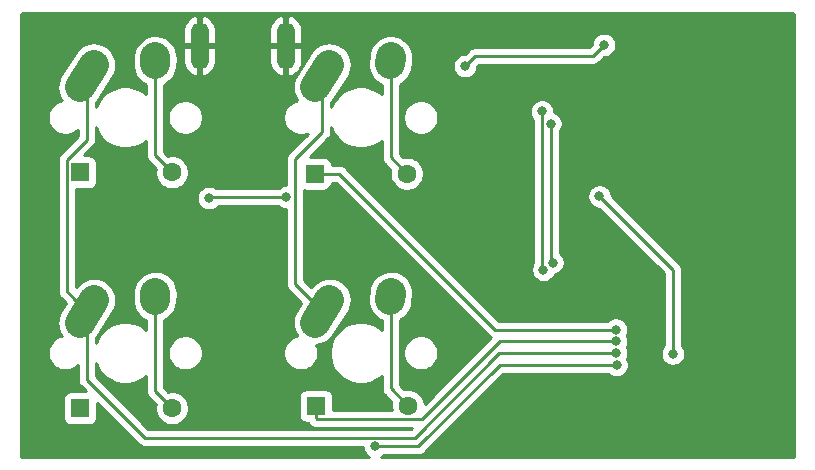
<source format=gtl>
G04 #@! TF.GenerationSoftware,KiCad,Pcbnew,(5.1.4-0-10_14)*
G04 #@! TF.CreationDate,2021-05-07T18:37:14+08:00*
G04 #@! TF.ProjectId,rqm-pcb,72716d2d-7063-4622-9e6b-696361645f70,rev?*
G04 #@! TF.SameCoordinates,Original*
G04 #@! TF.FileFunction,Copper,L1,Top*
G04 #@! TF.FilePolarity,Positive*
%FSLAX46Y46*%
G04 Gerber Fmt 4.6, Leading zero omitted, Abs format (unit mm)*
G04 Created by KiCad (PCBNEW (5.1.4-0-10_14)) date 2021-05-07 18:37:14*
%MOMM*%
%LPD*%
G04 APERTURE LIST*
%ADD10O,1.500000X4.000000*%
%ADD11C,2.500000*%
%ADD12C,2.500000*%
%ADD13R,1.600000X1.600000*%
%ADD14C,1.600000*%
%ADD15C,0.800000*%
%ADD16C,0.250000*%
%ADD17C,0.254000*%
G04 APERTURE END LIST*
D10*
X98000000Y-80660000D03*
X105300000Y-80660000D03*
D11*
X114164201Y-81944201D03*
D12*
X114183925Y-81654873D02*
X114144477Y-82233529D01*
D11*
X108389201Y-83214201D03*
D12*
X108993663Y-82265386D02*
X107784739Y-84163016D01*
D13*
X87870000Y-91390000D03*
D14*
X95670000Y-91390000D03*
X95670000Y-111360000D03*
D13*
X87870000Y-111360000D03*
X107740000Y-91490000D03*
D14*
X115540000Y-91490000D03*
X115640000Y-111160000D03*
D13*
X107840000Y-111160000D03*
D11*
X88449201Y-83214201D03*
D12*
X89053663Y-82265386D02*
X87844739Y-84163016D01*
D11*
X94224201Y-81944201D03*
D12*
X94243925Y-81654873D02*
X94204477Y-82233529D01*
D11*
X88449201Y-103154201D03*
D12*
X89053663Y-102205386D02*
X87844739Y-104103016D01*
D11*
X94224201Y-101884201D03*
D12*
X94243925Y-101594873D02*
X94204477Y-102173529D01*
D11*
X114164201Y-101884201D03*
D12*
X114183925Y-101594873D02*
X114144477Y-102173529D01*
D11*
X108389201Y-103154201D03*
D12*
X108993663Y-102205386D02*
X107784739Y-104103016D01*
D15*
X142820000Y-96200000D03*
X141920000Y-92170000D03*
X125010000Y-82820000D03*
X129620000Y-82800000D03*
X130486714Y-98020538D03*
X130510002Y-96055000D03*
X105355000Y-93490000D03*
X98780000Y-93560000D03*
X133240000Y-104700000D03*
X133251763Y-105699933D03*
X132230000Y-80600000D03*
X120490000Y-82380000D03*
X133249614Y-106699933D03*
X133297069Y-107698809D03*
X112850000Y-114575000D03*
X131850000Y-93410000D03*
X138070000Y-106740000D03*
X127100000Y-99630000D03*
X126985000Y-86220000D03*
X127892053Y-99019545D03*
X127710000Y-87250000D03*
D16*
X142820000Y-96200000D02*
X142380000Y-95760000D01*
X142380000Y-95760000D02*
X142380000Y-92640000D01*
X142380000Y-92630000D02*
X141920000Y-92170000D01*
X142380000Y-92640000D02*
X142380000Y-92630000D01*
X129600000Y-82820000D02*
X129620000Y-82800000D01*
X125010000Y-82820000D02*
X129600000Y-82820000D01*
X130486714Y-96078288D02*
X130510002Y-96055000D01*
X130486714Y-98020538D02*
X130486714Y-96078288D01*
X94224201Y-89944201D02*
X95670000Y-91390000D01*
X94224201Y-81944201D02*
X94224201Y-89944201D01*
X98850000Y-93490000D02*
X98780000Y-93560000D01*
X105355000Y-93490000D02*
X98850000Y-93490000D01*
X133240000Y-104700000D02*
X123040000Y-104700000D01*
X109830000Y-91490000D02*
X107740000Y-91490000D01*
X123040000Y-104700000D02*
X109830000Y-91490000D01*
X94224201Y-109914201D02*
X95670000Y-111360000D01*
X94224201Y-101884201D02*
X94224201Y-109914201D01*
X116818455Y-112285001D02*
X110025001Y-112285001D01*
X123403523Y-105699933D02*
X116818455Y-112285001D01*
X133251763Y-105699933D02*
X123403523Y-105699933D01*
X110025001Y-112285001D02*
X110020000Y-112280000D01*
X107840000Y-112210000D02*
X107840000Y-111160000D01*
X107915001Y-112285001D02*
X107840000Y-112210000D01*
X108765001Y-112285001D02*
X107915001Y-112285001D01*
X110025001Y-112285001D02*
X108765001Y-112285001D01*
X108765001Y-112285001D02*
X108404999Y-112285001D01*
X114164201Y-90114201D02*
X115540000Y-91490000D01*
X114164201Y-81944201D02*
X114164201Y-90114201D01*
X114164201Y-109684201D02*
X115640000Y-111160000D01*
X114164201Y-101884201D02*
X114164201Y-109684201D01*
X132230000Y-80600000D02*
X131310000Y-81520000D01*
X121350000Y-81520000D02*
X120490000Y-82380000D01*
X131310000Y-81520000D02*
X121350000Y-81520000D01*
X87473148Y-102178148D02*
X88449201Y-103154201D01*
X86744999Y-101449999D02*
X87473148Y-102178148D01*
X88449201Y-88625797D02*
X86744999Y-90329999D01*
X86744999Y-90329999D02*
X86744999Y-101449999D01*
X88449201Y-83214201D02*
X88449201Y-88625797D01*
X133249614Y-106699933D02*
X123360067Y-106699933D01*
X123360067Y-106699933D02*
X116210000Y-113850000D01*
X116210000Y-113850000D02*
X93350000Y-113850000D01*
X88449201Y-108949201D02*
X88449201Y-103154201D01*
X93350000Y-113850000D02*
X88449201Y-108949201D01*
X108389201Y-83214201D02*
X108389201Y-87940799D01*
X108389201Y-87940799D02*
X106080000Y-90250000D01*
X106080000Y-100845000D02*
X108389201Y-103154201D01*
X106080000Y-90250000D02*
X106080000Y-100845000D01*
X133297069Y-107698809D02*
X123391191Y-107698809D01*
X116515000Y-114575000D02*
X112850000Y-114575000D01*
X123391191Y-107698809D02*
X116515000Y-114575000D01*
X138070000Y-99630000D02*
X138070000Y-106740000D01*
X131850000Y-93410000D02*
X138070000Y-99630000D01*
X126985000Y-99515000D02*
X127100000Y-99630000D01*
X126985000Y-86220000D02*
X126985000Y-99515000D01*
X127710000Y-98837492D02*
X127892053Y-99019545D01*
X127710000Y-87250000D02*
X127710000Y-98837492D01*
D17*
G36*
X148109597Y-77889008D02*
G01*
X148166926Y-77906317D01*
X148219800Y-77934431D01*
X148266206Y-77972279D01*
X148304376Y-78018418D01*
X148332861Y-78071100D01*
X148350567Y-78128298D01*
X148359985Y-78217909D01*
X148340023Y-115347347D01*
X148340000Y-115347582D01*
X148340000Y-115347718D01*
X148334800Y-115400750D01*
X148328772Y-115420714D01*
X148318985Y-115439121D01*
X148305807Y-115455280D01*
X148289740Y-115468571D01*
X148271400Y-115478488D01*
X148251486Y-115484652D01*
X148200602Y-115490000D01*
X148052308Y-115490000D01*
X148052216Y-115489991D01*
X148022938Y-115490000D01*
X147987581Y-115490000D01*
X147987470Y-115490011D01*
X113319826Y-115500668D01*
X113340256Y-115492205D01*
X113509774Y-115378937D01*
X113553711Y-115335000D01*
X116477678Y-115335000D01*
X116515000Y-115338676D01*
X116552322Y-115335000D01*
X116552333Y-115335000D01*
X116663986Y-115324003D01*
X116807247Y-115280546D01*
X116939276Y-115209974D01*
X117055001Y-115115001D01*
X117078804Y-115085997D01*
X123705993Y-108458809D01*
X132593358Y-108458809D01*
X132637295Y-108502746D01*
X132806813Y-108616014D01*
X132995171Y-108694035D01*
X133195130Y-108733809D01*
X133399008Y-108733809D01*
X133598967Y-108694035D01*
X133787325Y-108616014D01*
X133956843Y-108502746D01*
X134101006Y-108358583D01*
X134214274Y-108189065D01*
X134292295Y-108000707D01*
X134332069Y-107800748D01*
X134332069Y-107596870D01*
X134292295Y-107396911D01*
X134214274Y-107208553D01*
X134180284Y-107157683D01*
X134244840Y-107001831D01*
X134284614Y-106801872D01*
X134284614Y-106597994D01*
X134244840Y-106398035D01*
X134166819Y-106209677D01*
X134161383Y-106201541D01*
X134168968Y-106190189D01*
X134246989Y-106001831D01*
X134286763Y-105801872D01*
X134286763Y-105597994D01*
X134246989Y-105398035D01*
X134168968Y-105209677D01*
X134156598Y-105191164D01*
X134157205Y-105190256D01*
X134235226Y-105001898D01*
X134275000Y-104801939D01*
X134275000Y-104598061D01*
X134235226Y-104398102D01*
X134157205Y-104209744D01*
X134043937Y-104040226D01*
X133899774Y-103896063D01*
X133730256Y-103782795D01*
X133541898Y-103704774D01*
X133341939Y-103665000D01*
X133138061Y-103665000D01*
X132938102Y-103704774D01*
X132749744Y-103782795D01*
X132580226Y-103896063D01*
X132536289Y-103940000D01*
X123354802Y-103940000D01*
X110393804Y-90979003D01*
X110370001Y-90949999D01*
X110254276Y-90855026D01*
X110122247Y-90784454D01*
X109978986Y-90740997D01*
X109867333Y-90730000D01*
X109867322Y-90730000D01*
X109830000Y-90726324D01*
X109792678Y-90730000D01*
X109178072Y-90730000D01*
X109178072Y-90690000D01*
X109165812Y-90565518D01*
X109129502Y-90445820D01*
X109070537Y-90335506D01*
X108991185Y-90238815D01*
X108894494Y-90159463D01*
X108784180Y-90100498D01*
X108664482Y-90064188D01*
X108540000Y-90051928D01*
X107352873Y-90051928D01*
X108900204Y-88504598D01*
X108929202Y-88480800D01*
X109024175Y-88365075D01*
X109094747Y-88233046D01*
X109138204Y-88089785D01*
X109149201Y-87978132D01*
X109149201Y-87978123D01*
X109152877Y-87940800D01*
X109149201Y-87903477D01*
X109149201Y-87580385D01*
X109314500Y-87979452D01*
X109602201Y-88410027D01*
X109968375Y-88776201D01*
X110398950Y-89063902D01*
X110877379Y-89262074D01*
X111385277Y-89363101D01*
X111903125Y-89363101D01*
X112411023Y-89262074D01*
X112889452Y-89063902D01*
X113320027Y-88776201D01*
X113404202Y-88692026D01*
X113404202Y-90076869D01*
X113400525Y-90114201D01*
X113404202Y-90151534D01*
X113415199Y-90263187D01*
X113424141Y-90292666D01*
X113458655Y-90406447D01*
X113529227Y-90538477D01*
X113600402Y-90625203D01*
X113624201Y-90654202D01*
X113653199Y-90678000D01*
X114141312Y-91166114D01*
X114105000Y-91348665D01*
X114105000Y-91631335D01*
X114160147Y-91908574D01*
X114268320Y-92169727D01*
X114425363Y-92404759D01*
X114625241Y-92604637D01*
X114860273Y-92761680D01*
X115121426Y-92869853D01*
X115398665Y-92925000D01*
X115681335Y-92925000D01*
X115958574Y-92869853D01*
X116219727Y-92761680D01*
X116454759Y-92604637D01*
X116654637Y-92404759D01*
X116811680Y-92169727D01*
X116919853Y-91908574D01*
X116975000Y-91631335D01*
X116975000Y-91348665D01*
X116919853Y-91071426D01*
X116811680Y-90810273D01*
X116654637Y-90575241D01*
X116454759Y-90375363D01*
X116219727Y-90218320D01*
X115958574Y-90110147D01*
X115681335Y-90055000D01*
X115398665Y-90055000D01*
X115216114Y-90091312D01*
X114924201Y-89799400D01*
X114924201Y-86587853D01*
X115238301Y-86587853D01*
X115238301Y-86880549D01*
X115295403Y-87167622D01*
X115407413Y-87438039D01*
X115570027Y-87681407D01*
X115776995Y-87888375D01*
X116020363Y-88050989D01*
X116290780Y-88162999D01*
X116577853Y-88220101D01*
X116870549Y-88220101D01*
X117157622Y-88162999D01*
X117428039Y-88050989D01*
X117671407Y-87888375D01*
X117878375Y-87681407D01*
X118040989Y-87438039D01*
X118152999Y-87167622D01*
X118210101Y-86880549D01*
X118210101Y-86587853D01*
X118152999Y-86300780D01*
X118077315Y-86118061D01*
X125950000Y-86118061D01*
X125950000Y-86321939D01*
X125989774Y-86521898D01*
X126067795Y-86710256D01*
X126181063Y-86879774D01*
X126225000Y-86923711D01*
X126225001Y-99076578D01*
X126182795Y-99139744D01*
X126104774Y-99328102D01*
X126065000Y-99528061D01*
X126065000Y-99731939D01*
X126104774Y-99931898D01*
X126182795Y-100120256D01*
X126296063Y-100289774D01*
X126440226Y-100433937D01*
X126609744Y-100547205D01*
X126798102Y-100625226D01*
X126998061Y-100665000D01*
X127201939Y-100665000D01*
X127401898Y-100625226D01*
X127590256Y-100547205D01*
X127759774Y-100433937D01*
X127903937Y-100289774D01*
X128017205Y-100120256D01*
X128048952Y-100043613D01*
X128193951Y-100014771D01*
X128382309Y-99936750D01*
X128551827Y-99823482D01*
X128695990Y-99679319D01*
X128809258Y-99509801D01*
X128887279Y-99321443D01*
X128927053Y-99121484D01*
X128927053Y-98917606D01*
X128887279Y-98717647D01*
X128809258Y-98529289D01*
X128695990Y-98359771D01*
X128551827Y-98215608D01*
X128470000Y-98160933D01*
X128470000Y-93308061D01*
X130815000Y-93308061D01*
X130815000Y-93511939D01*
X130854774Y-93711898D01*
X130932795Y-93900256D01*
X131046063Y-94069774D01*
X131190226Y-94213937D01*
X131359744Y-94327205D01*
X131548102Y-94405226D01*
X131748061Y-94445000D01*
X131810199Y-94445000D01*
X137310000Y-99944802D01*
X137310001Y-106036288D01*
X137266063Y-106080226D01*
X137152795Y-106249744D01*
X137074774Y-106438102D01*
X137035000Y-106638061D01*
X137035000Y-106841939D01*
X137074774Y-107041898D01*
X137152795Y-107230256D01*
X137266063Y-107399774D01*
X137410226Y-107543937D01*
X137579744Y-107657205D01*
X137768102Y-107735226D01*
X137968061Y-107775000D01*
X138171939Y-107775000D01*
X138371898Y-107735226D01*
X138560256Y-107657205D01*
X138729774Y-107543937D01*
X138873937Y-107399774D01*
X138987205Y-107230256D01*
X139065226Y-107041898D01*
X139105000Y-106841939D01*
X139105000Y-106638061D01*
X139065226Y-106438102D01*
X138987205Y-106249744D01*
X138873937Y-106080226D01*
X138830000Y-106036289D01*
X138830000Y-99667322D01*
X138833676Y-99629999D01*
X138830000Y-99592676D01*
X138830000Y-99592667D01*
X138819003Y-99481014D01*
X138775546Y-99337753D01*
X138704974Y-99205724D01*
X138610001Y-99089999D01*
X138581004Y-99066202D01*
X132885000Y-93370199D01*
X132885000Y-93308061D01*
X132845226Y-93108102D01*
X132767205Y-92919744D01*
X132653937Y-92750226D01*
X132509774Y-92606063D01*
X132340256Y-92492795D01*
X132151898Y-92414774D01*
X131951939Y-92375000D01*
X131748061Y-92375000D01*
X131548102Y-92414774D01*
X131359744Y-92492795D01*
X131190226Y-92606063D01*
X131046063Y-92750226D01*
X130932795Y-92919744D01*
X130854774Y-93108102D01*
X130815000Y-93308061D01*
X128470000Y-93308061D01*
X128470000Y-87953711D01*
X128513937Y-87909774D01*
X128627205Y-87740256D01*
X128705226Y-87551898D01*
X128745000Y-87351939D01*
X128745000Y-87148061D01*
X128705226Y-86948102D01*
X128627205Y-86759744D01*
X128513937Y-86590226D01*
X128369774Y-86446063D01*
X128200256Y-86332795D01*
X128020000Y-86258130D01*
X128020000Y-86118061D01*
X127980226Y-85918102D01*
X127902205Y-85729744D01*
X127788937Y-85560226D01*
X127644774Y-85416063D01*
X127475256Y-85302795D01*
X127286898Y-85224774D01*
X127086939Y-85185000D01*
X126883061Y-85185000D01*
X126683102Y-85224774D01*
X126494744Y-85302795D01*
X126325226Y-85416063D01*
X126181063Y-85560226D01*
X126067795Y-85729744D01*
X125989774Y-85918102D01*
X125950000Y-86118061D01*
X118077315Y-86118061D01*
X118040989Y-86030363D01*
X117878375Y-85786995D01*
X117671407Y-85580027D01*
X117428039Y-85417413D01*
X117157622Y-85305403D01*
X116870549Y-85248301D01*
X116577853Y-85248301D01*
X116290780Y-85305403D01*
X116020363Y-85417413D01*
X115776995Y-85580027D01*
X115570027Y-85786995D01*
X115407413Y-86030363D01*
X115295403Y-86300780D01*
X115238301Y-86587853D01*
X114924201Y-86587853D01*
X114924201Y-83949716D01*
X115087241Y-83876357D01*
X115389626Y-83660866D01*
X115644160Y-83390524D01*
X115841064Y-83075718D01*
X115972767Y-82728548D01*
X116018814Y-82454117D01*
X116030815Y-82278061D01*
X119455000Y-82278061D01*
X119455000Y-82481939D01*
X119494774Y-82681898D01*
X119572795Y-82870256D01*
X119686063Y-83039774D01*
X119830226Y-83183937D01*
X119999744Y-83297205D01*
X120188102Y-83375226D01*
X120388061Y-83415000D01*
X120591939Y-83415000D01*
X120791898Y-83375226D01*
X120980256Y-83297205D01*
X121149774Y-83183937D01*
X121293937Y-83039774D01*
X121407205Y-82870256D01*
X121485226Y-82681898D01*
X121525000Y-82481939D01*
X121525000Y-82419802D01*
X121664802Y-82280000D01*
X131272678Y-82280000D01*
X131310000Y-82283676D01*
X131347322Y-82280000D01*
X131347333Y-82280000D01*
X131458986Y-82269003D01*
X131602247Y-82225546D01*
X131734276Y-82154974D01*
X131850001Y-82060001D01*
X131873803Y-82030998D01*
X132269802Y-81635000D01*
X132331939Y-81635000D01*
X132531898Y-81595226D01*
X132720256Y-81517205D01*
X132889774Y-81403937D01*
X133033937Y-81259774D01*
X133147205Y-81090256D01*
X133225226Y-80901898D01*
X133265000Y-80701939D01*
X133265000Y-80498061D01*
X133225226Y-80298102D01*
X133147205Y-80109744D01*
X133033937Y-79940226D01*
X132889774Y-79796063D01*
X132720256Y-79682795D01*
X132531898Y-79604774D01*
X132331939Y-79565000D01*
X132128061Y-79565000D01*
X131928102Y-79604774D01*
X131739744Y-79682795D01*
X131570226Y-79796063D01*
X131426063Y-79940226D01*
X131312795Y-80109744D01*
X131234774Y-80298102D01*
X131195000Y-80498061D01*
X131195000Y-80560198D01*
X130995198Y-80760000D01*
X121387325Y-80760000D01*
X121350000Y-80756324D01*
X121312675Y-80760000D01*
X121312667Y-80760000D01*
X121201014Y-80770997D01*
X121057753Y-80814454D01*
X120925724Y-80885026D01*
X120809999Y-80979999D01*
X120786201Y-81008997D01*
X120450198Y-81345000D01*
X120388061Y-81345000D01*
X120188102Y-81384774D01*
X119999744Y-81462795D01*
X119830226Y-81576063D01*
X119686063Y-81720226D01*
X119572795Y-81889744D01*
X119494774Y-82078102D01*
X119455000Y-82278061D01*
X116030815Y-82278061D01*
X116070857Y-81690697D01*
X116062480Y-81412556D01*
X115979111Y-81050724D01*
X115826753Y-80712109D01*
X115611262Y-80409724D01*
X115340920Y-80155190D01*
X115026114Y-79958287D01*
X114678944Y-79826583D01*
X114312751Y-79765140D01*
X113941608Y-79776318D01*
X113579776Y-79859687D01*
X113241161Y-80012045D01*
X112938776Y-80227536D01*
X112684242Y-80497878D01*
X112487338Y-80812684D01*
X112355635Y-81159854D01*
X112309588Y-81434285D01*
X112257545Y-82197706D01*
X112265922Y-82475846D01*
X112349291Y-82837678D01*
X112501649Y-83176293D01*
X112717140Y-83478678D01*
X112987482Y-83733212D01*
X113302288Y-83930116D01*
X113404201Y-83968778D01*
X113404201Y-84776375D01*
X113320027Y-84692201D01*
X112889452Y-84404500D01*
X112411023Y-84206328D01*
X111903125Y-84105301D01*
X111385277Y-84105301D01*
X110877379Y-84206328D01*
X110398950Y-84404500D01*
X109968375Y-84692201D01*
X109602201Y-85058375D01*
X109314500Y-85488950D01*
X109149201Y-85888017D01*
X109149201Y-85476068D01*
X109152983Y-85472824D01*
X109324779Y-85253921D01*
X110633207Y-83200101D01*
X110758997Y-82951889D01*
X110859006Y-82594298D01*
X110887332Y-82224067D01*
X110842884Y-81855424D01*
X110727372Y-81502537D01*
X110545235Y-81178964D01*
X110303471Y-80897143D01*
X110011372Y-80667902D01*
X109680164Y-80500052D01*
X109322574Y-80400043D01*
X108952342Y-80371718D01*
X108583700Y-80416165D01*
X108230812Y-80531677D01*
X107907240Y-80713814D01*
X107625419Y-80955578D01*
X107453623Y-81174481D01*
X106145194Y-83228302D01*
X106019405Y-83476515D01*
X105919395Y-83834105D01*
X105891070Y-84204336D01*
X105935518Y-84572978D01*
X106051029Y-84925865D01*
X106233167Y-85249438D01*
X106259255Y-85279848D01*
X106130780Y-85305403D01*
X105860363Y-85417413D01*
X105616995Y-85580027D01*
X105410027Y-85786995D01*
X105247413Y-86030363D01*
X105135403Y-86300780D01*
X105078301Y-86587853D01*
X105078301Y-86880549D01*
X105135403Y-87167622D01*
X105247413Y-87438039D01*
X105410027Y-87681407D01*
X105616995Y-87888375D01*
X105860363Y-88050989D01*
X106130780Y-88162999D01*
X106417853Y-88220101D01*
X106710549Y-88220101D01*
X106997622Y-88162999D01*
X107159075Y-88096123D01*
X105569003Y-89686196D01*
X105539999Y-89709999D01*
X105484871Y-89777174D01*
X105445026Y-89825724D01*
X105402265Y-89905724D01*
X105374454Y-89957754D01*
X105330997Y-90101015D01*
X105320000Y-90212668D01*
X105320000Y-90212678D01*
X105316324Y-90250000D01*
X105320000Y-90287322D01*
X105320000Y-92455000D01*
X105253061Y-92455000D01*
X105053102Y-92494774D01*
X104864744Y-92572795D01*
X104695226Y-92686063D01*
X104651289Y-92730000D01*
X99400768Y-92730000D01*
X99270256Y-92642795D01*
X99081898Y-92564774D01*
X98881939Y-92525000D01*
X98678061Y-92525000D01*
X98478102Y-92564774D01*
X98289744Y-92642795D01*
X98120226Y-92756063D01*
X97976063Y-92900226D01*
X97862795Y-93069744D01*
X97784774Y-93258102D01*
X97745000Y-93458061D01*
X97745000Y-93661939D01*
X97784774Y-93861898D01*
X97862795Y-94050256D01*
X97976063Y-94219774D01*
X98120226Y-94363937D01*
X98289744Y-94477205D01*
X98478102Y-94555226D01*
X98678061Y-94595000D01*
X98881939Y-94595000D01*
X99081898Y-94555226D01*
X99270256Y-94477205D01*
X99439774Y-94363937D01*
X99553711Y-94250000D01*
X104651289Y-94250000D01*
X104695226Y-94293937D01*
X104864744Y-94407205D01*
X105053102Y-94485226D01*
X105253061Y-94525000D01*
X105320000Y-94525000D01*
X105320001Y-100807668D01*
X105316324Y-100845000D01*
X105330998Y-100993985D01*
X105374454Y-101137246D01*
X105445026Y-101269276D01*
X105513373Y-101352556D01*
X105540000Y-101385001D01*
X105568998Y-101408799D01*
X106605681Y-102445483D01*
X106145194Y-103168302D01*
X106019405Y-103416515D01*
X105919395Y-103774105D01*
X105891070Y-104144336D01*
X105935518Y-104512978D01*
X106051029Y-104865865D01*
X106233167Y-105189438D01*
X106259255Y-105219848D01*
X106130780Y-105245403D01*
X105860363Y-105357413D01*
X105616995Y-105520027D01*
X105410027Y-105726995D01*
X105247413Y-105970363D01*
X105135403Y-106240780D01*
X105078301Y-106527853D01*
X105078301Y-106820549D01*
X105135403Y-107107622D01*
X105247413Y-107378039D01*
X105410027Y-107621407D01*
X105616995Y-107828375D01*
X105860363Y-107990989D01*
X106130780Y-108102999D01*
X106417853Y-108160101D01*
X106710549Y-108160101D01*
X106997622Y-108102999D01*
X107268039Y-107990989D01*
X107511407Y-107828375D01*
X107718375Y-107621407D01*
X107880989Y-107378039D01*
X107992999Y-107107622D01*
X108050101Y-106820549D01*
X108050101Y-106527853D01*
X107992999Y-106240780D01*
X107888760Y-105989125D01*
X108194701Y-105952237D01*
X108547588Y-105836726D01*
X108871161Y-105654588D01*
X109152983Y-105412824D01*
X109324779Y-105193921D01*
X110633207Y-103140101D01*
X110758997Y-102891889D01*
X110859006Y-102534298D01*
X110887332Y-102164067D01*
X110842884Y-101795424D01*
X110727372Y-101442537D01*
X110545235Y-101118964D01*
X110303471Y-100837143D01*
X110011372Y-100607902D01*
X109680164Y-100440052D01*
X109322574Y-100340043D01*
X108952342Y-100311718D01*
X108583700Y-100356165D01*
X108230812Y-100471677D01*
X107907240Y-100653814D01*
X107625419Y-100895578D01*
X107453623Y-101114481D01*
X107442205Y-101132404D01*
X106840000Y-100530199D01*
X106840000Y-92918223D01*
X106940000Y-92928072D01*
X108540000Y-92928072D01*
X108664482Y-92915812D01*
X108784180Y-92879502D01*
X108894494Y-92820537D01*
X108991185Y-92741185D01*
X109070537Y-92644494D01*
X109129502Y-92534180D01*
X109165812Y-92414482D01*
X109178072Y-92290000D01*
X109178072Y-92250000D01*
X109515199Y-92250000D01*
X122476201Y-105211003D01*
X122499999Y-105240001D01*
X122615724Y-105334974D01*
X122666525Y-105362128D01*
X117064214Y-110964441D01*
X117019853Y-110741426D01*
X116911680Y-110480273D01*
X116754637Y-110245241D01*
X116554759Y-110045363D01*
X116319727Y-109888320D01*
X116058574Y-109780147D01*
X115781335Y-109725000D01*
X115498665Y-109725000D01*
X115316114Y-109761312D01*
X114924201Y-109369400D01*
X114924201Y-106527853D01*
X115238301Y-106527853D01*
X115238301Y-106820549D01*
X115295403Y-107107622D01*
X115407413Y-107378039D01*
X115570027Y-107621407D01*
X115776995Y-107828375D01*
X116020363Y-107990989D01*
X116290780Y-108102999D01*
X116577853Y-108160101D01*
X116870549Y-108160101D01*
X117157622Y-108102999D01*
X117428039Y-107990989D01*
X117671407Y-107828375D01*
X117878375Y-107621407D01*
X118040989Y-107378039D01*
X118152999Y-107107622D01*
X118210101Y-106820549D01*
X118210101Y-106527853D01*
X118152999Y-106240780D01*
X118040989Y-105970363D01*
X117878375Y-105726995D01*
X117671407Y-105520027D01*
X117428039Y-105357413D01*
X117157622Y-105245403D01*
X116870549Y-105188301D01*
X116577853Y-105188301D01*
X116290780Y-105245403D01*
X116020363Y-105357413D01*
X115776995Y-105520027D01*
X115570027Y-105726995D01*
X115407413Y-105970363D01*
X115295403Y-106240780D01*
X115238301Y-106527853D01*
X114924201Y-106527853D01*
X114924201Y-103889716D01*
X115087241Y-103816357D01*
X115389626Y-103600866D01*
X115644160Y-103330524D01*
X115841064Y-103015718D01*
X115972767Y-102668548D01*
X116018814Y-102394117D01*
X116070857Y-101630697D01*
X116062480Y-101352556D01*
X115979111Y-100990724D01*
X115826753Y-100652109D01*
X115611262Y-100349724D01*
X115340920Y-100095190D01*
X115026114Y-99898287D01*
X114678944Y-99766583D01*
X114312751Y-99705140D01*
X113941608Y-99716318D01*
X113579776Y-99799687D01*
X113241161Y-99952045D01*
X112938776Y-100167536D01*
X112684242Y-100437878D01*
X112487338Y-100752684D01*
X112355635Y-101099854D01*
X112309588Y-101374285D01*
X112257545Y-102137706D01*
X112265922Y-102415846D01*
X112349291Y-102777678D01*
X112501649Y-103116293D01*
X112717140Y-103418678D01*
X112987482Y-103673212D01*
X113302288Y-103870116D01*
X113404201Y-103908778D01*
X113404201Y-104716375D01*
X113320027Y-104632201D01*
X112889452Y-104344500D01*
X112411023Y-104146328D01*
X111903125Y-104045301D01*
X111385277Y-104045301D01*
X110877379Y-104146328D01*
X110398950Y-104344500D01*
X109968375Y-104632201D01*
X109602201Y-104998375D01*
X109314500Y-105428950D01*
X109116328Y-105907379D01*
X109015301Y-106415277D01*
X109015301Y-106933125D01*
X109116328Y-107441023D01*
X109314500Y-107919452D01*
X109602201Y-108350027D01*
X109968375Y-108716201D01*
X110398950Y-109003902D01*
X110877379Y-109202074D01*
X111385277Y-109303101D01*
X111903125Y-109303101D01*
X112411023Y-109202074D01*
X112889452Y-109003902D01*
X113320027Y-108716201D01*
X113404202Y-108632026D01*
X113404202Y-109646869D01*
X113400525Y-109684201D01*
X113415199Y-109833186D01*
X113458655Y-109976447D01*
X113529227Y-110108477D01*
X113600402Y-110195203D01*
X113624201Y-110224202D01*
X113653199Y-110248000D01*
X114241312Y-110836114D01*
X114205000Y-111018665D01*
X114205000Y-111301335D01*
X114249491Y-111525001D01*
X110108098Y-111525001D01*
X110020000Y-111516324D01*
X109931902Y-111525001D01*
X109278072Y-111525001D01*
X109278072Y-110360000D01*
X109265812Y-110235518D01*
X109229502Y-110115820D01*
X109170537Y-110005506D01*
X109091185Y-109908815D01*
X108994494Y-109829463D01*
X108884180Y-109770498D01*
X108764482Y-109734188D01*
X108640000Y-109721928D01*
X107040000Y-109721928D01*
X106915518Y-109734188D01*
X106795820Y-109770498D01*
X106685506Y-109829463D01*
X106588815Y-109908815D01*
X106509463Y-110005506D01*
X106450498Y-110115820D01*
X106414188Y-110235518D01*
X106401928Y-110360000D01*
X106401928Y-111960000D01*
X106414188Y-112084482D01*
X106450498Y-112204180D01*
X106509463Y-112314494D01*
X106588815Y-112411185D01*
X106685506Y-112490537D01*
X106795820Y-112549502D01*
X106915518Y-112585812D01*
X107040000Y-112598072D01*
X107185674Y-112598072D01*
X107205026Y-112634276D01*
X107244871Y-112682826D01*
X107299999Y-112750001D01*
X107329000Y-112773802D01*
X107351200Y-112796002D01*
X107375000Y-112825002D01*
X107490725Y-112919975D01*
X107622754Y-112990547D01*
X107766015Y-113034004D01*
X107877668Y-113045001D01*
X107877678Y-113045001D01*
X107915000Y-113048677D01*
X107952323Y-113045001D01*
X109987678Y-113045001D01*
X110025000Y-113048677D01*
X110062323Y-113045001D01*
X115940198Y-113045001D01*
X115895199Y-113090000D01*
X93664803Y-113090000D01*
X89209201Y-108634400D01*
X89209201Y-107520385D01*
X89374500Y-107919452D01*
X89662201Y-108350027D01*
X90028375Y-108716201D01*
X90458950Y-109003902D01*
X90937379Y-109202074D01*
X91445277Y-109303101D01*
X91963125Y-109303101D01*
X92471023Y-109202074D01*
X92949452Y-109003902D01*
X93380027Y-108716201D01*
X93464202Y-108632026D01*
X93464202Y-109876869D01*
X93460525Y-109914201D01*
X93464202Y-109951534D01*
X93473444Y-110045363D01*
X93475199Y-110063186D01*
X93518655Y-110206447D01*
X93589227Y-110338477D01*
X93660402Y-110425203D01*
X93684201Y-110454202D01*
X93713199Y-110478000D01*
X94271312Y-111036114D01*
X94235000Y-111218665D01*
X94235000Y-111501335D01*
X94290147Y-111778574D01*
X94398320Y-112039727D01*
X94555363Y-112274759D01*
X94755241Y-112474637D01*
X94990273Y-112631680D01*
X95251426Y-112739853D01*
X95528665Y-112795000D01*
X95811335Y-112795000D01*
X96088574Y-112739853D01*
X96349727Y-112631680D01*
X96584759Y-112474637D01*
X96784637Y-112274759D01*
X96941680Y-112039727D01*
X97049853Y-111778574D01*
X97105000Y-111501335D01*
X97105000Y-111218665D01*
X97049853Y-110941426D01*
X96941680Y-110680273D01*
X96784637Y-110445241D01*
X96584759Y-110245363D01*
X96349727Y-110088320D01*
X96088574Y-109980147D01*
X95811335Y-109925000D01*
X95528665Y-109925000D01*
X95346114Y-109961312D01*
X94984201Y-109599400D01*
X94984201Y-106527853D01*
X95298301Y-106527853D01*
X95298301Y-106820549D01*
X95355403Y-107107622D01*
X95467413Y-107378039D01*
X95630027Y-107621407D01*
X95836995Y-107828375D01*
X96080363Y-107990989D01*
X96350780Y-108102999D01*
X96637853Y-108160101D01*
X96930549Y-108160101D01*
X97217622Y-108102999D01*
X97488039Y-107990989D01*
X97731407Y-107828375D01*
X97938375Y-107621407D01*
X98100989Y-107378039D01*
X98212999Y-107107622D01*
X98270101Y-106820549D01*
X98270101Y-106527853D01*
X98212999Y-106240780D01*
X98100989Y-105970363D01*
X97938375Y-105726995D01*
X97731407Y-105520027D01*
X97488039Y-105357413D01*
X97217622Y-105245403D01*
X96930549Y-105188301D01*
X96637853Y-105188301D01*
X96350780Y-105245403D01*
X96080363Y-105357413D01*
X95836995Y-105520027D01*
X95630027Y-105726995D01*
X95467413Y-105970363D01*
X95355403Y-106240780D01*
X95298301Y-106527853D01*
X94984201Y-106527853D01*
X94984201Y-103889716D01*
X95147241Y-103816357D01*
X95449626Y-103600866D01*
X95704160Y-103330524D01*
X95901064Y-103015718D01*
X96032767Y-102668548D01*
X96078814Y-102394117D01*
X96130857Y-101630697D01*
X96122480Y-101352556D01*
X96039111Y-100990724D01*
X95886753Y-100652109D01*
X95671262Y-100349724D01*
X95400920Y-100095190D01*
X95086114Y-99898287D01*
X94738944Y-99766583D01*
X94372751Y-99705140D01*
X94001608Y-99716318D01*
X93639776Y-99799687D01*
X93301161Y-99952045D01*
X92998776Y-100167536D01*
X92744242Y-100437878D01*
X92547338Y-100752684D01*
X92415635Y-101099854D01*
X92369588Y-101374285D01*
X92317545Y-102137706D01*
X92325922Y-102415846D01*
X92409291Y-102777678D01*
X92561649Y-103116293D01*
X92777140Y-103418678D01*
X93047482Y-103673212D01*
X93362288Y-103870116D01*
X93464201Y-103908778D01*
X93464201Y-104716375D01*
X93380027Y-104632201D01*
X92949452Y-104344500D01*
X92471023Y-104146328D01*
X91963125Y-104045301D01*
X91445277Y-104045301D01*
X90937379Y-104146328D01*
X90458950Y-104344500D01*
X90028375Y-104632201D01*
X89662201Y-104998375D01*
X89374500Y-105428950D01*
X89209201Y-105828017D01*
X89209201Y-105416068D01*
X89212983Y-105412824D01*
X89384779Y-105193921D01*
X90693207Y-103140101D01*
X90818997Y-102891889D01*
X90919006Y-102534298D01*
X90947332Y-102164067D01*
X90902884Y-101795424D01*
X90787372Y-101442537D01*
X90605235Y-101118964D01*
X90363471Y-100837143D01*
X90071372Y-100607902D01*
X89740164Y-100440052D01*
X89382574Y-100340043D01*
X89012342Y-100311718D01*
X88643700Y-100356165D01*
X88290812Y-100471677D01*
X87967240Y-100653814D01*
X87685419Y-100895578D01*
X87513623Y-101114481D01*
X87504999Y-101128018D01*
X87504999Y-92828072D01*
X88670000Y-92828072D01*
X88794482Y-92815812D01*
X88914180Y-92779502D01*
X89024494Y-92720537D01*
X89121185Y-92641185D01*
X89200537Y-92544494D01*
X89259502Y-92434180D01*
X89295812Y-92314482D01*
X89308072Y-92190000D01*
X89308072Y-90590000D01*
X89295812Y-90465518D01*
X89259502Y-90345820D01*
X89200537Y-90235506D01*
X89121185Y-90138815D01*
X89024494Y-90059463D01*
X88914180Y-90000498D01*
X88794482Y-89964188D01*
X88670000Y-89951928D01*
X88197872Y-89951928D01*
X88960204Y-89189596D01*
X88989202Y-89165798D01*
X89084175Y-89050073D01*
X89154747Y-88918044D01*
X89198204Y-88774783D01*
X89209201Y-88663130D01*
X89212878Y-88625797D01*
X89209201Y-88588464D01*
X89209201Y-87580385D01*
X89374500Y-87979452D01*
X89662201Y-88410027D01*
X90028375Y-88776201D01*
X90458950Y-89063902D01*
X90937379Y-89262074D01*
X91445277Y-89363101D01*
X91963125Y-89363101D01*
X92471023Y-89262074D01*
X92949452Y-89063902D01*
X93380027Y-88776201D01*
X93464202Y-88692026D01*
X93464202Y-89906869D01*
X93460525Y-89944201D01*
X93464202Y-89981534D01*
X93475199Y-90093187D01*
X93482823Y-90118320D01*
X93518655Y-90236447D01*
X93589227Y-90368477D01*
X93660402Y-90455203D01*
X93684201Y-90484202D01*
X93713199Y-90508000D01*
X94271312Y-91066114D01*
X94235000Y-91248665D01*
X94235000Y-91531335D01*
X94290147Y-91808574D01*
X94398320Y-92069727D01*
X94555363Y-92304759D01*
X94755241Y-92504637D01*
X94990273Y-92661680D01*
X95251426Y-92769853D01*
X95528665Y-92825000D01*
X95811335Y-92825000D01*
X96088574Y-92769853D01*
X96349727Y-92661680D01*
X96584759Y-92504637D01*
X96784637Y-92304759D01*
X96941680Y-92069727D01*
X97049853Y-91808574D01*
X97105000Y-91531335D01*
X97105000Y-91248665D01*
X97049853Y-90971426D01*
X96941680Y-90710273D01*
X96784637Y-90475241D01*
X96584759Y-90275363D01*
X96349727Y-90118320D01*
X96088574Y-90010147D01*
X95811335Y-89955000D01*
X95528665Y-89955000D01*
X95346114Y-89991312D01*
X94984201Y-89629400D01*
X94984201Y-86587853D01*
X95298301Y-86587853D01*
X95298301Y-86880549D01*
X95355403Y-87167622D01*
X95467413Y-87438039D01*
X95630027Y-87681407D01*
X95836995Y-87888375D01*
X96080363Y-88050989D01*
X96350780Y-88162999D01*
X96637853Y-88220101D01*
X96930549Y-88220101D01*
X97217622Y-88162999D01*
X97488039Y-88050989D01*
X97731407Y-87888375D01*
X97938375Y-87681407D01*
X98100989Y-87438039D01*
X98212999Y-87167622D01*
X98270101Y-86880549D01*
X98270101Y-86587853D01*
X98212999Y-86300780D01*
X98100989Y-86030363D01*
X97938375Y-85786995D01*
X97731407Y-85580027D01*
X97488039Y-85417413D01*
X97217622Y-85305403D01*
X96930549Y-85248301D01*
X96637853Y-85248301D01*
X96350780Y-85305403D01*
X96080363Y-85417413D01*
X95836995Y-85580027D01*
X95630027Y-85786995D01*
X95467413Y-86030363D01*
X95355403Y-86300780D01*
X95298301Y-86587853D01*
X94984201Y-86587853D01*
X94984201Y-83949716D01*
X95147241Y-83876357D01*
X95449626Y-83660866D01*
X95704160Y-83390524D01*
X95901064Y-83075718D01*
X96032767Y-82728548D01*
X96078814Y-82454117D01*
X96130857Y-81690697D01*
X96122480Y-81412556D01*
X96039111Y-81050724D01*
X95920450Y-80787000D01*
X96615000Y-80787000D01*
X96615000Y-82037000D01*
X96666389Y-82304760D01*
X96769028Y-82557349D01*
X96918972Y-82785061D01*
X97110460Y-82979145D01*
X97336132Y-83132142D01*
X97587316Y-83238173D01*
X97658815Y-83252318D01*
X97873000Y-83129656D01*
X97873000Y-80787000D01*
X98127000Y-80787000D01*
X98127000Y-83129656D01*
X98341185Y-83252318D01*
X98412684Y-83238173D01*
X98663868Y-83132142D01*
X98889540Y-82979145D01*
X99081028Y-82785061D01*
X99230972Y-82557349D01*
X99333611Y-82304760D01*
X99385000Y-82037000D01*
X99385000Y-80787000D01*
X103915000Y-80787000D01*
X103915000Y-82037000D01*
X103966389Y-82304760D01*
X104069028Y-82557349D01*
X104218972Y-82785061D01*
X104410460Y-82979145D01*
X104636132Y-83132142D01*
X104887316Y-83238173D01*
X104958815Y-83252318D01*
X105173000Y-83129656D01*
X105173000Y-80787000D01*
X105427000Y-80787000D01*
X105427000Y-83129656D01*
X105641185Y-83252318D01*
X105712684Y-83238173D01*
X105963868Y-83132142D01*
X106189540Y-82979145D01*
X106381028Y-82785061D01*
X106530972Y-82557349D01*
X106633611Y-82304760D01*
X106685000Y-82037000D01*
X106685000Y-80787000D01*
X105427000Y-80787000D01*
X105173000Y-80787000D01*
X103915000Y-80787000D01*
X99385000Y-80787000D01*
X98127000Y-80787000D01*
X97873000Y-80787000D01*
X96615000Y-80787000D01*
X95920450Y-80787000D01*
X95886753Y-80712109D01*
X95671262Y-80409724D01*
X95400920Y-80155190D01*
X95086114Y-79958287D01*
X94738944Y-79826583D01*
X94372751Y-79765140D01*
X94001608Y-79776318D01*
X93639776Y-79859687D01*
X93301161Y-80012045D01*
X92998776Y-80227536D01*
X92744242Y-80497878D01*
X92547338Y-80812684D01*
X92415635Y-81159854D01*
X92369588Y-81434285D01*
X92317545Y-82197706D01*
X92325922Y-82475846D01*
X92409291Y-82837678D01*
X92561649Y-83176293D01*
X92777140Y-83478678D01*
X93047482Y-83733212D01*
X93362288Y-83930116D01*
X93464201Y-83968778D01*
X93464201Y-84776375D01*
X93380027Y-84692201D01*
X92949452Y-84404500D01*
X92471023Y-84206328D01*
X91963125Y-84105301D01*
X91445277Y-84105301D01*
X90937379Y-84206328D01*
X90458950Y-84404500D01*
X90028375Y-84692201D01*
X89662201Y-85058375D01*
X89374500Y-85488950D01*
X89209201Y-85888017D01*
X89209201Y-85476068D01*
X89212983Y-85472824D01*
X89384779Y-85253921D01*
X90693207Y-83200101D01*
X90818997Y-82951889D01*
X90919006Y-82594298D01*
X90947332Y-82224067D01*
X90902884Y-81855424D01*
X90787372Y-81502537D01*
X90605235Y-81178964D01*
X90363471Y-80897143D01*
X90071372Y-80667902D01*
X89740164Y-80500052D01*
X89382574Y-80400043D01*
X89012342Y-80371718D01*
X88643700Y-80416165D01*
X88290812Y-80531677D01*
X87967240Y-80713814D01*
X87685419Y-80955578D01*
X87513623Y-81174481D01*
X86205194Y-83228302D01*
X86079405Y-83476515D01*
X85979395Y-83834105D01*
X85951070Y-84204336D01*
X85995518Y-84572978D01*
X86111029Y-84925865D01*
X86293167Y-85249438D01*
X86319255Y-85279848D01*
X86190780Y-85305403D01*
X85920363Y-85417413D01*
X85676995Y-85580027D01*
X85470027Y-85786995D01*
X85307413Y-86030363D01*
X85195403Y-86300780D01*
X85138301Y-86587853D01*
X85138301Y-86880549D01*
X85195403Y-87167622D01*
X85307413Y-87438039D01*
X85470027Y-87681407D01*
X85676995Y-87888375D01*
X85920363Y-88050989D01*
X86190780Y-88162999D01*
X86477853Y-88220101D01*
X86770549Y-88220101D01*
X87057622Y-88162999D01*
X87328039Y-88050989D01*
X87571407Y-87888375D01*
X87689202Y-87770580D01*
X87689202Y-88310994D01*
X86234002Y-89766195D01*
X86204998Y-89789998D01*
X86178772Y-89821955D01*
X86110025Y-89905723D01*
X86054209Y-90010147D01*
X86039453Y-90037753D01*
X85995996Y-90181014D01*
X85984999Y-90292667D01*
X85984999Y-90292677D01*
X85981323Y-90329999D01*
X85984999Y-90367321D01*
X85985000Y-101412667D01*
X85981323Y-101449999D01*
X85985000Y-101487332D01*
X85995305Y-101591954D01*
X85995997Y-101598984D01*
X86039453Y-101742245D01*
X86110025Y-101874275D01*
X86181200Y-101961001D01*
X86204999Y-101990000D01*
X86233997Y-102013798D01*
X86665681Y-102445483D01*
X86205194Y-103168302D01*
X86079405Y-103416515D01*
X85979395Y-103774105D01*
X85951070Y-104144336D01*
X85995518Y-104512978D01*
X86111029Y-104865865D01*
X86293167Y-105189438D01*
X86319255Y-105219848D01*
X86190780Y-105245403D01*
X85920363Y-105357413D01*
X85676995Y-105520027D01*
X85470027Y-105726995D01*
X85307413Y-105970363D01*
X85195403Y-106240780D01*
X85138301Y-106527853D01*
X85138301Y-106820549D01*
X85195403Y-107107622D01*
X85307413Y-107378039D01*
X85470027Y-107621407D01*
X85676995Y-107828375D01*
X85920363Y-107990989D01*
X86190780Y-108102999D01*
X86477853Y-108160101D01*
X86770549Y-108160101D01*
X87057622Y-108102999D01*
X87328039Y-107990989D01*
X87571407Y-107828375D01*
X87689201Y-107710581D01*
X87689201Y-108911878D01*
X87685525Y-108949201D01*
X87689201Y-108986523D01*
X87689201Y-108986533D01*
X87700198Y-109098186D01*
X87716075Y-109150525D01*
X87743655Y-109241447D01*
X87814227Y-109373477D01*
X87829392Y-109391955D01*
X87909200Y-109489202D01*
X87938204Y-109513005D01*
X88347127Y-109921928D01*
X87070000Y-109921928D01*
X86945518Y-109934188D01*
X86825820Y-109970498D01*
X86715506Y-110029463D01*
X86618815Y-110108815D01*
X86539463Y-110205506D01*
X86480498Y-110315820D01*
X86444188Y-110435518D01*
X86431928Y-110560000D01*
X86431928Y-112160000D01*
X86444188Y-112284482D01*
X86480498Y-112404180D01*
X86539463Y-112514494D01*
X86618815Y-112611185D01*
X86715506Y-112690537D01*
X86825820Y-112749502D01*
X86945518Y-112785812D01*
X87070000Y-112798072D01*
X88670000Y-112798072D01*
X88794482Y-112785812D01*
X88914180Y-112749502D01*
X89024494Y-112690537D01*
X89121185Y-112611185D01*
X89200537Y-112514494D01*
X89259502Y-112404180D01*
X89295812Y-112284482D01*
X89308072Y-112160000D01*
X89308072Y-110882874D01*
X92786205Y-114361008D01*
X92809999Y-114390001D01*
X92838992Y-114413795D01*
X92838996Y-114413799D01*
X92904434Y-114467502D01*
X92925724Y-114484974D01*
X93057753Y-114555546D01*
X93201014Y-114599003D01*
X93312667Y-114610000D01*
X93312676Y-114610000D01*
X93349999Y-114613676D01*
X93387322Y-114610000D01*
X111815000Y-114610000D01*
X111815000Y-114676939D01*
X111854774Y-114876898D01*
X111932795Y-115065256D01*
X112046063Y-115234774D01*
X112190226Y-115378937D01*
X112359744Y-115492205D01*
X112380871Y-115500956D01*
X82992176Y-115509990D01*
X82945079Y-115505372D01*
X82930717Y-115501036D01*
X82917483Y-115494000D01*
X82905859Y-115484519D01*
X82896300Y-115472965D01*
X82889168Y-115459775D01*
X82884735Y-115445452D01*
X82879330Y-115394028D01*
X82870004Y-115002322D01*
X82889311Y-79283000D01*
X96615000Y-79283000D01*
X96615000Y-80533000D01*
X97873000Y-80533000D01*
X97873000Y-78190344D01*
X98127000Y-78190344D01*
X98127000Y-80533000D01*
X99385000Y-80533000D01*
X99385000Y-79283000D01*
X103915000Y-79283000D01*
X103915000Y-80533000D01*
X105173000Y-80533000D01*
X105173000Y-78190344D01*
X105427000Y-78190344D01*
X105427000Y-80533000D01*
X106685000Y-80533000D01*
X106685000Y-79283000D01*
X106633611Y-79015240D01*
X106530972Y-78762651D01*
X106381028Y-78534939D01*
X106189540Y-78340855D01*
X105963868Y-78187858D01*
X105712684Y-78081827D01*
X105641185Y-78067682D01*
X105427000Y-78190344D01*
X105173000Y-78190344D01*
X104958815Y-78067682D01*
X104887316Y-78081827D01*
X104636132Y-78187858D01*
X104410460Y-78340855D01*
X104218972Y-78534939D01*
X104069028Y-78762651D01*
X103966389Y-79015240D01*
X103915000Y-79283000D01*
X99385000Y-79283000D01*
X99333611Y-79015240D01*
X99230972Y-78762651D01*
X99081028Y-78534939D01*
X98889540Y-78340855D01*
X98663868Y-78187858D01*
X98412684Y-78081827D01*
X98341185Y-78067682D01*
X98127000Y-78190344D01*
X97873000Y-78190344D01*
X97658815Y-78067682D01*
X97587316Y-78081827D01*
X97336132Y-78187858D01*
X97110460Y-78340855D01*
X96918972Y-78534939D01*
X96769028Y-78762651D01*
X96666389Y-79015240D01*
X96615000Y-79283000D01*
X82889311Y-79283000D01*
X82889977Y-78052637D01*
X82890319Y-78048863D01*
X82890298Y-78046192D01*
X82894570Y-77994447D01*
X82899218Y-77978149D01*
X82906944Y-77963063D01*
X82917451Y-77949768D01*
X82930339Y-77938767D01*
X82945123Y-77930477D01*
X82961233Y-77925217D01*
X83004404Y-77920007D01*
X83019640Y-77920000D01*
X83052419Y-77920000D01*
X83052577Y-77919984D01*
X125328059Y-77900010D01*
X125328328Y-77900036D01*
X125360169Y-77900000D01*
X125392419Y-77900000D01*
X125392794Y-77899963D01*
X143049554Y-77880000D01*
X148017724Y-77880000D01*
X148109597Y-77889008D01*
X148109597Y-77889008D01*
G37*
X148109597Y-77889008D02*
X148166926Y-77906317D01*
X148219800Y-77934431D01*
X148266206Y-77972279D01*
X148304376Y-78018418D01*
X148332861Y-78071100D01*
X148350567Y-78128298D01*
X148359985Y-78217909D01*
X148340023Y-115347347D01*
X148340000Y-115347582D01*
X148340000Y-115347718D01*
X148334800Y-115400750D01*
X148328772Y-115420714D01*
X148318985Y-115439121D01*
X148305807Y-115455280D01*
X148289740Y-115468571D01*
X148271400Y-115478488D01*
X148251486Y-115484652D01*
X148200602Y-115490000D01*
X148052308Y-115490000D01*
X148052216Y-115489991D01*
X148022938Y-115490000D01*
X147987581Y-115490000D01*
X147987470Y-115490011D01*
X113319826Y-115500668D01*
X113340256Y-115492205D01*
X113509774Y-115378937D01*
X113553711Y-115335000D01*
X116477678Y-115335000D01*
X116515000Y-115338676D01*
X116552322Y-115335000D01*
X116552333Y-115335000D01*
X116663986Y-115324003D01*
X116807247Y-115280546D01*
X116939276Y-115209974D01*
X117055001Y-115115001D01*
X117078804Y-115085997D01*
X123705993Y-108458809D01*
X132593358Y-108458809D01*
X132637295Y-108502746D01*
X132806813Y-108616014D01*
X132995171Y-108694035D01*
X133195130Y-108733809D01*
X133399008Y-108733809D01*
X133598967Y-108694035D01*
X133787325Y-108616014D01*
X133956843Y-108502746D01*
X134101006Y-108358583D01*
X134214274Y-108189065D01*
X134292295Y-108000707D01*
X134332069Y-107800748D01*
X134332069Y-107596870D01*
X134292295Y-107396911D01*
X134214274Y-107208553D01*
X134180284Y-107157683D01*
X134244840Y-107001831D01*
X134284614Y-106801872D01*
X134284614Y-106597994D01*
X134244840Y-106398035D01*
X134166819Y-106209677D01*
X134161383Y-106201541D01*
X134168968Y-106190189D01*
X134246989Y-106001831D01*
X134286763Y-105801872D01*
X134286763Y-105597994D01*
X134246989Y-105398035D01*
X134168968Y-105209677D01*
X134156598Y-105191164D01*
X134157205Y-105190256D01*
X134235226Y-105001898D01*
X134275000Y-104801939D01*
X134275000Y-104598061D01*
X134235226Y-104398102D01*
X134157205Y-104209744D01*
X134043937Y-104040226D01*
X133899774Y-103896063D01*
X133730256Y-103782795D01*
X133541898Y-103704774D01*
X133341939Y-103665000D01*
X133138061Y-103665000D01*
X132938102Y-103704774D01*
X132749744Y-103782795D01*
X132580226Y-103896063D01*
X132536289Y-103940000D01*
X123354802Y-103940000D01*
X110393804Y-90979003D01*
X110370001Y-90949999D01*
X110254276Y-90855026D01*
X110122247Y-90784454D01*
X109978986Y-90740997D01*
X109867333Y-90730000D01*
X109867322Y-90730000D01*
X109830000Y-90726324D01*
X109792678Y-90730000D01*
X109178072Y-90730000D01*
X109178072Y-90690000D01*
X109165812Y-90565518D01*
X109129502Y-90445820D01*
X109070537Y-90335506D01*
X108991185Y-90238815D01*
X108894494Y-90159463D01*
X108784180Y-90100498D01*
X108664482Y-90064188D01*
X108540000Y-90051928D01*
X107352873Y-90051928D01*
X108900204Y-88504598D01*
X108929202Y-88480800D01*
X109024175Y-88365075D01*
X109094747Y-88233046D01*
X109138204Y-88089785D01*
X109149201Y-87978132D01*
X109149201Y-87978123D01*
X109152877Y-87940800D01*
X109149201Y-87903477D01*
X109149201Y-87580385D01*
X109314500Y-87979452D01*
X109602201Y-88410027D01*
X109968375Y-88776201D01*
X110398950Y-89063902D01*
X110877379Y-89262074D01*
X111385277Y-89363101D01*
X111903125Y-89363101D01*
X112411023Y-89262074D01*
X112889452Y-89063902D01*
X113320027Y-88776201D01*
X113404202Y-88692026D01*
X113404202Y-90076869D01*
X113400525Y-90114201D01*
X113404202Y-90151534D01*
X113415199Y-90263187D01*
X113424141Y-90292666D01*
X113458655Y-90406447D01*
X113529227Y-90538477D01*
X113600402Y-90625203D01*
X113624201Y-90654202D01*
X113653199Y-90678000D01*
X114141312Y-91166114D01*
X114105000Y-91348665D01*
X114105000Y-91631335D01*
X114160147Y-91908574D01*
X114268320Y-92169727D01*
X114425363Y-92404759D01*
X114625241Y-92604637D01*
X114860273Y-92761680D01*
X115121426Y-92869853D01*
X115398665Y-92925000D01*
X115681335Y-92925000D01*
X115958574Y-92869853D01*
X116219727Y-92761680D01*
X116454759Y-92604637D01*
X116654637Y-92404759D01*
X116811680Y-92169727D01*
X116919853Y-91908574D01*
X116975000Y-91631335D01*
X116975000Y-91348665D01*
X116919853Y-91071426D01*
X116811680Y-90810273D01*
X116654637Y-90575241D01*
X116454759Y-90375363D01*
X116219727Y-90218320D01*
X115958574Y-90110147D01*
X115681335Y-90055000D01*
X115398665Y-90055000D01*
X115216114Y-90091312D01*
X114924201Y-89799400D01*
X114924201Y-86587853D01*
X115238301Y-86587853D01*
X115238301Y-86880549D01*
X115295403Y-87167622D01*
X115407413Y-87438039D01*
X115570027Y-87681407D01*
X115776995Y-87888375D01*
X116020363Y-88050989D01*
X116290780Y-88162999D01*
X116577853Y-88220101D01*
X116870549Y-88220101D01*
X117157622Y-88162999D01*
X117428039Y-88050989D01*
X117671407Y-87888375D01*
X117878375Y-87681407D01*
X118040989Y-87438039D01*
X118152999Y-87167622D01*
X118210101Y-86880549D01*
X118210101Y-86587853D01*
X118152999Y-86300780D01*
X118077315Y-86118061D01*
X125950000Y-86118061D01*
X125950000Y-86321939D01*
X125989774Y-86521898D01*
X126067795Y-86710256D01*
X126181063Y-86879774D01*
X126225000Y-86923711D01*
X126225001Y-99076578D01*
X126182795Y-99139744D01*
X126104774Y-99328102D01*
X126065000Y-99528061D01*
X126065000Y-99731939D01*
X126104774Y-99931898D01*
X126182795Y-100120256D01*
X126296063Y-100289774D01*
X126440226Y-100433937D01*
X126609744Y-100547205D01*
X126798102Y-100625226D01*
X126998061Y-100665000D01*
X127201939Y-100665000D01*
X127401898Y-100625226D01*
X127590256Y-100547205D01*
X127759774Y-100433937D01*
X127903937Y-100289774D01*
X128017205Y-100120256D01*
X128048952Y-100043613D01*
X128193951Y-100014771D01*
X128382309Y-99936750D01*
X128551827Y-99823482D01*
X128695990Y-99679319D01*
X128809258Y-99509801D01*
X128887279Y-99321443D01*
X128927053Y-99121484D01*
X128927053Y-98917606D01*
X128887279Y-98717647D01*
X128809258Y-98529289D01*
X128695990Y-98359771D01*
X128551827Y-98215608D01*
X128470000Y-98160933D01*
X128470000Y-93308061D01*
X130815000Y-93308061D01*
X130815000Y-93511939D01*
X130854774Y-93711898D01*
X130932795Y-93900256D01*
X131046063Y-94069774D01*
X131190226Y-94213937D01*
X131359744Y-94327205D01*
X131548102Y-94405226D01*
X131748061Y-94445000D01*
X131810199Y-94445000D01*
X137310000Y-99944802D01*
X137310001Y-106036288D01*
X137266063Y-106080226D01*
X137152795Y-106249744D01*
X137074774Y-106438102D01*
X137035000Y-106638061D01*
X137035000Y-106841939D01*
X137074774Y-107041898D01*
X137152795Y-107230256D01*
X137266063Y-107399774D01*
X137410226Y-107543937D01*
X137579744Y-107657205D01*
X137768102Y-107735226D01*
X137968061Y-107775000D01*
X138171939Y-107775000D01*
X138371898Y-107735226D01*
X138560256Y-107657205D01*
X138729774Y-107543937D01*
X138873937Y-107399774D01*
X138987205Y-107230256D01*
X139065226Y-107041898D01*
X139105000Y-106841939D01*
X139105000Y-106638061D01*
X139065226Y-106438102D01*
X138987205Y-106249744D01*
X138873937Y-106080226D01*
X138830000Y-106036289D01*
X138830000Y-99667322D01*
X138833676Y-99629999D01*
X138830000Y-99592676D01*
X138830000Y-99592667D01*
X138819003Y-99481014D01*
X138775546Y-99337753D01*
X138704974Y-99205724D01*
X138610001Y-99089999D01*
X138581004Y-99066202D01*
X132885000Y-93370199D01*
X132885000Y-93308061D01*
X132845226Y-93108102D01*
X132767205Y-92919744D01*
X132653937Y-92750226D01*
X132509774Y-92606063D01*
X132340256Y-92492795D01*
X132151898Y-92414774D01*
X131951939Y-92375000D01*
X131748061Y-92375000D01*
X131548102Y-92414774D01*
X131359744Y-92492795D01*
X131190226Y-92606063D01*
X131046063Y-92750226D01*
X130932795Y-92919744D01*
X130854774Y-93108102D01*
X130815000Y-93308061D01*
X128470000Y-93308061D01*
X128470000Y-87953711D01*
X128513937Y-87909774D01*
X128627205Y-87740256D01*
X128705226Y-87551898D01*
X128745000Y-87351939D01*
X128745000Y-87148061D01*
X128705226Y-86948102D01*
X128627205Y-86759744D01*
X128513937Y-86590226D01*
X128369774Y-86446063D01*
X128200256Y-86332795D01*
X128020000Y-86258130D01*
X128020000Y-86118061D01*
X127980226Y-85918102D01*
X127902205Y-85729744D01*
X127788937Y-85560226D01*
X127644774Y-85416063D01*
X127475256Y-85302795D01*
X127286898Y-85224774D01*
X127086939Y-85185000D01*
X126883061Y-85185000D01*
X126683102Y-85224774D01*
X126494744Y-85302795D01*
X126325226Y-85416063D01*
X126181063Y-85560226D01*
X126067795Y-85729744D01*
X125989774Y-85918102D01*
X125950000Y-86118061D01*
X118077315Y-86118061D01*
X118040989Y-86030363D01*
X117878375Y-85786995D01*
X117671407Y-85580027D01*
X117428039Y-85417413D01*
X117157622Y-85305403D01*
X116870549Y-85248301D01*
X116577853Y-85248301D01*
X116290780Y-85305403D01*
X116020363Y-85417413D01*
X115776995Y-85580027D01*
X115570027Y-85786995D01*
X115407413Y-86030363D01*
X115295403Y-86300780D01*
X115238301Y-86587853D01*
X114924201Y-86587853D01*
X114924201Y-83949716D01*
X115087241Y-83876357D01*
X115389626Y-83660866D01*
X115644160Y-83390524D01*
X115841064Y-83075718D01*
X115972767Y-82728548D01*
X116018814Y-82454117D01*
X116030815Y-82278061D01*
X119455000Y-82278061D01*
X119455000Y-82481939D01*
X119494774Y-82681898D01*
X119572795Y-82870256D01*
X119686063Y-83039774D01*
X119830226Y-83183937D01*
X119999744Y-83297205D01*
X120188102Y-83375226D01*
X120388061Y-83415000D01*
X120591939Y-83415000D01*
X120791898Y-83375226D01*
X120980256Y-83297205D01*
X121149774Y-83183937D01*
X121293937Y-83039774D01*
X121407205Y-82870256D01*
X121485226Y-82681898D01*
X121525000Y-82481939D01*
X121525000Y-82419802D01*
X121664802Y-82280000D01*
X131272678Y-82280000D01*
X131310000Y-82283676D01*
X131347322Y-82280000D01*
X131347333Y-82280000D01*
X131458986Y-82269003D01*
X131602247Y-82225546D01*
X131734276Y-82154974D01*
X131850001Y-82060001D01*
X131873803Y-82030998D01*
X132269802Y-81635000D01*
X132331939Y-81635000D01*
X132531898Y-81595226D01*
X132720256Y-81517205D01*
X132889774Y-81403937D01*
X133033937Y-81259774D01*
X133147205Y-81090256D01*
X133225226Y-80901898D01*
X133265000Y-80701939D01*
X133265000Y-80498061D01*
X133225226Y-80298102D01*
X133147205Y-80109744D01*
X133033937Y-79940226D01*
X132889774Y-79796063D01*
X132720256Y-79682795D01*
X132531898Y-79604774D01*
X132331939Y-79565000D01*
X132128061Y-79565000D01*
X131928102Y-79604774D01*
X131739744Y-79682795D01*
X131570226Y-79796063D01*
X131426063Y-79940226D01*
X131312795Y-80109744D01*
X131234774Y-80298102D01*
X131195000Y-80498061D01*
X131195000Y-80560198D01*
X130995198Y-80760000D01*
X121387325Y-80760000D01*
X121350000Y-80756324D01*
X121312675Y-80760000D01*
X121312667Y-80760000D01*
X121201014Y-80770997D01*
X121057753Y-80814454D01*
X120925724Y-80885026D01*
X120809999Y-80979999D01*
X120786201Y-81008997D01*
X120450198Y-81345000D01*
X120388061Y-81345000D01*
X120188102Y-81384774D01*
X119999744Y-81462795D01*
X119830226Y-81576063D01*
X119686063Y-81720226D01*
X119572795Y-81889744D01*
X119494774Y-82078102D01*
X119455000Y-82278061D01*
X116030815Y-82278061D01*
X116070857Y-81690697D01*
X116062480Y-81412556D01*
X115979111Y-81050724D01*
X115826753Y-80712109D01*
X115611262Y-80409724D01*
X115340920Y-80155190D01*
X115026114Y-79958287D01*
X114678944Y-79826583D01*
X114312751Y-79765140D01*
X113941608Y-79776318D01*
X113579776Y-79859687D01*
X113241161Y-80012045D01*
X112938776Y-80227536D01*
X112684242Y-80497878D01*
X112487338Y-80812684D01*
X112355635Y-81159854D01*
X112309588Y-81434285D01*
X112257545Y-82197706D01*
X112265922Y-82475846D01*
X112349291Y-82837678D01*
X112501649Y-83176293D01*
X112717140Y-83478678D01*
X112987482Y-83733212D01*
X113302288Y-83930116D01*
X113404201Y-83968778D01*
X113404201Y-84776375D01*
X113320027Y-84692201D01*
X112889452Y-84404500D01*
X112411023Y-84206328D01*
X111903125Y-84105301D01*
X111385277Y-84105301D01*
X110877379Y-84206328D01*
X110398950Y-84404500D01*
X109968375Y-84692201D01*
X109602201Y-85058375D01*
X109314500Y-85488950D01*
X109149201Y-85888017D01*
X109149201Y-85476068D01*
X109152983Y-85472824D01*
X109324779Y-85253921D01*
X110633207Y-83200101D01*
X110758997Y-82951889D01*
X110859006Y-82594298D01*
X110887332Y-82224067D01*
X110842884Y-81855424D01*
X110727372Y-81502537D01*
X110545235Y-81178964D01*
X110303471Y-80897143D01*
X110011372Y-80667902D01*
X109680164Y-80500052D01*
X109322574Y-80400043D01*
X108952342Y-80371718D01*
X108583700Y-80416165D01*
X108230812Y-80531677D01*
X107907240Y-80713814D01*
X107625419Y-80955578D01*
X107453623Y-81174481D01*
X106145194Y-83228302D01*
X106019405Y-83476515D01*
X105919395Y-83834105D01*
X105891070Y-84204336D01*
X105935518Y-84572978D01*
X106051029Y-84925865D01*
X106233167Y-85249438D01*
X106259255Y-85279848D01*
X106130780Y-85305403D01*
X105860363Y-85417413D01*
X105616995Y-85580027D01*
X105410027Y-85786995D01*
X105247413Y-86030363D01*
X105135403Y-86300780D01*
X105078301Y-86587853D01*
X105078301Y-86880549D01*
X105135403Y-87167622D01*
X105247413Y-87438039D01*
X105410027Y-87681407D01*
X105616995Y-87888375D01*
X105860363Y-88050989D01*
X106130780Y-88162999D01*
X106417853Y-88220101D01*
X106710549Y-88220101D01*
X106997622Y-88162999D01*
X107159075Y-88096123D01*
X105569003Y-89686196D01*
X105539999Y-89709999D01*
X105484871Y-89777174D01*
X105445026Y-89825724D01*
X105402265Y-89905724D01*
X105374454Y-89957754D01*
X105330997Y-90101015D01*
X105320000Y-90212668D01*
X105320000Y-90212678D01*
X105316324Y-90250000D01*
X105320000Y-90287322D01*
X105320000Y-92455000D01*
X105253061Y-92455000D01*
X105053102Y-92494774D01*
X104864744Y-92572795D01*
X104695226Y-92686063D01*
X104651289Y-92730000D01*
X99400768Y-92730000D01*
X99270256Y-92642795D01*
X99081898Y-92564774D01*
X98881939Y-92525000D01*
X98678061Y-92525000D01*
X98478102Y-92564774D01*
X98289744Y-92642795D01*
X98120226Y-92756063D01*
X97976063Y-92900226D01*
X97862795Y-93069744D01*
X97784774Y-93258102D01*
X97745000Y-93458061D01*
X97745000Y-93661939D01*
X97784774Y-93861898D01*
X97862795Y-94050256D01*
X97976063Y-94219774D01*
X98120226Y-94363937D01*
X98289744Y-94477205D01*
X98478102Y-94555226D01*
X98678061Y-94595000D01*
X98881939Y-94595000D01*
X99081898Y-94555226D01*
X99270256Y-94477205D01*
X99439774Y-94363937D01*
X99553711Y-94250000D01*
X104651289Y-94250000D01*
X104695226Y-94293937D01*
X104864744Y-94407205D01*
X105053102Y-94485226D01*
X105253061Y-94525000D01*
X105320000Y-94525000D01*
X105320001Y-100807668D01*
X105316324Y-100845000D01*
X105330998Y-100993985D01*
X105374454Y-101137246D01*
X105445026Y-101269276D01*
X105513373Y-101352556D01*
X105540000Y-101385001D01*
X105568998Y-101408799D01*
X106605681Y-102445483D01*
X106145194Y-103168302D01*
X106019405Y-103416515D01*
X105919395Y-103774105D01*
X105891070Y-104144336D01*
X105935518Y-104512978D01*
X106051029Y-104865865D01*
X106233167Y-105189438D01*
X106259255Y-105219848D01*
X106130780Y-105245403D01*
X105860363Y-105357413D01*
X105616995Y-105520027D01*
X105410027Y-105726995D01*
X105247413Y-105970363D01*
X105135403Y-106240780D01*
X105078301Y-106527853D01*
X105078301Y-106820549D01*
X105135403Y-107107622D01*
X105247413Y-107378039D01*
X105410027Y-107621407D01*
X105616995Y-107828375D01*
X105860363Y-107990989D01*
X106130780Y-108102999D01*
X106417853Y-108160101D01*
X106710549Y-108160101D01*
X106997622Y-108102999D01*
X107268039Y-107990989D01*
X107511407Y-107828375D01*
X107718375Y-107621407D01*
X107880989Y-107378039D01*
X107992999Y-107107622D01*
X108050101Y-106820549D01*
X108050101Y-106527853D01*
X107992999Y-106240780D01*
X107888760Y-105989125D01*
X108194701Y-105952237D01*
X108547588Y-105836726D01*
X108871161Y-105654588D01*
X109152983Y-105412824D01*
X109324779Y-105193921D01*
X110633207Y-103140101D01*
X110758997Y-102891889D01*
X110859006Y-102534298D01*
X110887332Y-102164067D01*
X110842884Y-101795424D01*
X110727372Y-101442537D01*
X110545235Y-101118964D01*
X110303471Y-100837143D01*
X110011372Y-100607902D01*
X109680164Y-100440052D01*
X109322574Y-100340043D01*
X108952342Y-100311718D01*
X108583700Y-100356165D01*
X108230812Y-100471677D01*
X107907240Y-100653814D01*
X107625419Y-100895578D01*
X107453623Y-101114481D01*
X107442205Y-101132404D01*
X106840000Y-100530199D01*
X106840000Y-92918223D01*
X106940000Y-92928072D01*
X108540000Y-92928072D01*
X108664482Y-92915812D01*
X108784180Y-92879502D01*
X108894494Y-92820537D01*
X108991185Y-92741185D01*
X109070537Y-92644494D01*
X109129502Y-92534180D01*
X109165812Y-92414482D01*
X109178072Y-92290000D01*
X109178072Y-92250000D01*
X109515199Y-92250000D01*
X122476201Y-105211003D01*
X122499999Y-105240001D01*
X122615724Y-105334974D01*
X122666525Y-105362128D01*
X117064214Y-110964441D01*
X117019853Y-110741426D01*
X116911680Y-110480273D01*
X116754637Y-110245241D01*
X116554759Y-110045363D01*
X116319727Y-109888320D01*
X116058574Y-109780147D01*
X115781335Y-109725000D01*
X115498665Y-109725000D01*
X115316114Y-109761312D01*
X114924201Y-109369400D01*
X114924201Y-106527853D01*
X115238301Y-106527853D01*
X115238301Y-106820549D01*
X115295403Y-107107622D01*
X115407413Y-107378039D01*
X115570027Y-107621407D01*
X115776995Y-107828375D01*
X116020363Y-107990989D01*
X116290780Y-108102999D01*
X116577853Y-108160101D01*
X116870549Y-108160101D01*
X117157622Y-108102999D01*
X117428039Y-107990989D01*
X117671407Y-107828375D01*
X117878375Y-107621407D01*
X118040989Y-107378039D01*
X118152999Y-107107622D01*
X118210101Y-106820549D01*
X118210101Y-106527853D01*
X118152999Y-106240780D01*
X118040989Y-105970363D01*
X117878375Y-105726995D01*
X117671407Y-105520027D01*
X117428039Y-105357413D01*
X117157622Y-105245403D01*
X116870549Y-105188301D01*
X116577853Y-105188301D01*
X116290780Y-105245403D01*
X116020363Y-105357413D01*
X115776995Y-105520027D01*
X115570027Y-105726995D01*
X115407413Y-105970363D01*
X115295403Y-106240780D01*
X115238301Y-106527853D01*
X114924201Y-106527853D01*
X114924201Y-103889716D01*
X115087241Y-103816357D01*
X115389626Y-103600866D01*
X115644160Y-103330524D01*
X115841064Y-103015718D01*
X115972767Y-102668548D01*
X116018814Y-102394117D01*
X116070857Y-101630697D01*
X116062480Y-101352556D01*
X115979111Y-100990724D01*
X115826753Y-100652109D01*
X115611262Y-100349724D01*
X115340920Y-100095190D01*
X115026114Y-99898287D01*
X114678944Y-99766583D01*
X114312751Y-99705140D01*
X113941608Y-99716318D01*
X113579776Y-99799687D01*
X113241161Y-99952045D01*
X112938776Y-100167536D01*
X112684242Y-100437878D01*
X112487338Y-100752684D01*
X112355635Y-101099854D01*
X112309588Y-101374285D01*
X112257545Y-102137706D01*
X112265922Y-102415846D01*
X112349291Y-102777678D01*
X112501649Y-103116293D01*
X112717140Y-103418678D01*
X112987482Y-103673212D01*
X113302288Y-103870116D01*
X113404201Y-103908778D01*
X113404201Y-104716375D01*
X113320027Y-104632201D01*
X112889452Y-104344500D01*
X112411023Y-104146328D01*
X111903125Y-104045301D01*
X111385277Y-104045301D01*
X110877379Y-104146328D01*
X110398950Y-104344500D01*
X109968375Y-104632201D01*
X109602201Y-104998375D01*
X109314500Y-105428950D01*
X109116328Y-105907379D01*
X109015301Y-106415277D01*
X109015301Y-106933125D01*
X109116328Y-107441023D01*
X109314500Y-107919452D01*
X109602201Y-108350027D01*
X109968375Y-108716201D01*
X110398950Y-109003902D01*
X110877379Y-109202074D01*
X111385277Y-109303101D01*
X111903125Y-109303101D01*
X112411023Y-109202074D01*
X112889452Y-109003902D01*
X113320027Y-108716201D01*
X113404202Y-108632026D01*
X113404202Y-109646869D01*
X113400525Y-109684201D01*
X113415199Y-109833186D01*
X113458655Y-109976447D01*
X113529227Y-110108477D01*
X113600402Y-110195203D01*
X113624201Y-110224202D01*
X113653199Y-110248000D01*
X114241312Y-110836114D01*
X114205000Y-111018665D01*
X114205000Y-111301335D01*
X114249491Y-111525001D01*
X110108098Y-111525001D01*
X110020000Y-111516324D01*
X109931902Y-111525001D01*
X109278072Y-111525001D01*
X109278072Y-110360000D01*
X109265812Y-110235518D01*
X109229502Y-110115820D01*
X109170537Y-110005506D01*
X109091185Y-109908815D01*
X108994494Y-109829463D01*
X108884180Y-109770498D01*
X108764482Y-109734188D01*
X108640000Y-109721928D01*
X107040000Y-109721928D01*
X106915518Y-109734188D01*
X106795820Y-109770498D01*
X106685506Y-109829463D01*
X106588815Y-109908815D01*
X106509463Y-110005506D01*
X106450498Y-110115820D01*
X106414188Y-110235518D01*
X106401928Y-110360000D01*
X106401928Y-111960000D01*
X106414188Y-112084482D01*
X106450498Y-112204180D01*
X106509463Y-112314494D01*
X106588815Y-112411185D01*
X106685506Y-112490537D01*
X106795820Y-112549502D01*
X106915518Y-112585812D01*
X107040000Y-112598072D01*
X107185674Y-112598072D01*
X107205026Y-112634276D01*
X107244871Y-112682826D01*
X107299999Y-112750001D01*
X107329000Y-112773802D01*
X107351200Y-112796002D01*
X107375000Y-112825002D01*
X107490725Y-112919975D01*
X107622754Y-112990547D01*
X107766015Y-113034004D01*
X107877668Y-113045001D01*
X107877678Y-113045001D01*
X107915000Y-113048677D01*
X107952323Y-113045001D01*
X109987678Y-113045001D01*
X110025000Y-113048677D01*
X110062323Y-113045001D01*
X115940198Y-113045001D01*
X115895199Y-113090000D01*
X93664803Y-113090000D01*
X89209201Y-108634400D01*
X89209201Y-107520385D01*
X89374500Y-107919452D01*
X89662201Y-108350027D01*
X90028375Y-108716201D01*
X90458950Y-109003902D01*
X90937379Y-109202074D01*
X91445277Y-109303101D01*
X91963125Y-109303101D01*
X92471023Y-109202074D01*
X92949452Y-109003902D01*
X93380027Y-108716201D01*
X93464202Y-108632026D01*
X93464202Y-109876869D01*
X93460525Y-109914201D01*
X93464202Y-109951534D01*
X93473444Y-110045363D01*
X93475199Y-110063186D01*
X93518655Y-110206447D01*
X93589227Y-110338477D01*
X93660402Y-110425203D01*
X93684201Y-110454202D01*
X93713199Y-110478000D01*
X94271312Y-111036114D01*
X94235000Y-111218665D01*
X94235000Y-111501335D01*
X94290147Y-111778574D01*
X94398320Y-112039727D01*
X94555363Y-112274759D01*
X94755241Y-112474637D01*
X94990273Y-112631680D01*
X95251426Y-112739853D01*
X95528665Y-112795000D01*
X95811335Y-112795000D01*
X96088574Y-112739853D01*
X96349727Y-112631680D01*
X96584759Y-112474637D01*
X96784637Y-112274759D01*
X96941680Y-112039727D01*
X97049853Y-111778574D01*
X97105000Y-111501335D01*
X97105000Y-111218665D01*
X97049853Y-110941426D01*
X96941680Y-110680273D01*
X96784637Y-110445241D01*
X96584759Y-110245363D01*
X96349727Y-110088320D01*
X96088574Y-109980147D01*
X95811335Y-109925000D01*
X95528665Y-109925000D01*
X95346114Y-109961312D01*
X94984201Y-109599400D01*
X94984201Y-106527853D01*
X95298301Y-106527853D01*
X95298301Y-106820549D01*
X95355403Y-107107622D01*
X95467413Y-107378039D01*
X95630027Y-107621407D01*
X95836995Y-107828375D01*
X96080363Y-107990989D01*
X96350780Y-108102999D01*
X96637853Y-108160101D01*
X96930549Y-108160101D01*
X97217622Y-108102999D01*
X97488039Y-107990989D01*
X97731407Y-107828375D01*
X97938375Y-107621407D01*
X98100989Y-107378039D01*
X98212999Y-107107622D01*
X98270101Y-106820549D01*
X98270101Y-106527853D01*
X98212999Y-106240780D01*
X98100989Y-105970363D01*
X97938375Y-105726995D01*
X97731407Y-105520027D01*
X97488039Y-105357413D01*
X97217622Y-105245403D01*
X96930549Y-105188301D01*
X96637853Y-105188301D01*
X96350780Y-105245403D01*
X96080363Y-105357413D01*
X95836995Y-105520027D01*
X95630027Y-105726995D01*
X95467413Y-105970363D01*
X95355403Y-106240780D01*
X95298301Y-106527853D01*
X94984201Y-106527853D01*
X94984201Y-103889716D01*
X95147241Y-103816357D01*
X95449626Y-103600866D01*
X95704160Y-103330524D01*
X95901064Y-103015718D01*
X96032767Y-102668548D01*
X96078814Y-102394117D01*
X96130857Y-101630697D01*
X96122480Y-101352556D01*
X96039111Y-100990724D01*
X95886753Y-100652109D01*
X95671262Y-100349724D01*
X95400920Y-100095190D01*
X95086114Y-99898287D01*
X94738944Y-99766583D01*
X94372751Y-99705140D01*
X94001608Y-99716318D01*
X93639776Y-99799687D01*
X93301161Y-99952045D01*
X92998776Y-100167536D01*
X92744242Y-100437878D01*
X92547338Y-100752684D01*
X92415635Y-101099854D01*
X92369588Y-101374285D01*
X92317545Y-102137706D01*
X92325922Y-102415846D01*
X92409291Y-102777678D01*
X92561649Y-103116293D01*
X92777140Y-103418678D01*
X93047482Y-103673212D01*
X93362288Y-103870116D01*
X93464201Y-103908778D01*
X93464201Y-104716375D01*
X93380027Y-104632201D01*
X92949452Y-104344500D01*
X92471023Y-104146328D01*
X91963125Y-104045301D01*
X91445277Y-104045301D01*
X90937379Y-104146328D01*
X90458950Y-104344500D01*
X90028375Y-104632201D01*
X89662201Y-104998375D01*
X89374500Y-105428950D01*
X89209201Y-105828017D01*
X89209201Y-105416068D01*
X89212983Y-105412824D01*
X89384779Y-105193921D01*
X90693207Y-103140101D01*
X90818997Y-102891889D01*
X90919006Y-102534298D01*
X90947332Y-102164067D01*
X90902884Y-101795424D01*
X90787372Y-101442537D01*
X90605235Y-101118964D01*
X90363471Y-100837143D01*
X90071372Y-100607902D01*
X89740164Y-100440052D01*
X89382574Y-100340043D01*
X89012342Y-100311718D01*
X88643700Y-100356165D01*
X88290812Y-100471677D01*
X87967240Y-100653814D01*
X87685419Y-100895578D01*
X87513623Y-101114481D01*
X87504999Y-101128018D01*
X87504999Y-92828072D01*
X88670000Y-92828072D01*
X88794482Y-92815812D01*
X88914180Y-92779502D01*
X89024494Y-92720537D01*
X89121185Y-92641185D01*
X89200537Y-92544494D01*
X89259502Y-92434180D01*
X89295812Y-92314482D01*
X89308072Y-92190000D01*
X89308072Y-90590000D01*
X89295812Y-90465518D01*
X89259502Y-90345820D01*
X89200537Y-90235506D01*
X89121185Y-90138815D01*
X89024494Y-90059463D01*
X88914180Y-90000498D01*
X88794482Y-89964188D01*
X88670000Y-89951928D01*
X88197872Y-89951928D01*
X88960204Y-89189596D01*
X88989202Y-89165798D01*
X89084175Y-89050073D01*
X89154747Y-88918044D01*
X89198204Y-88774783D01*
X89209201Y-88663130D01*
X89212878Y-88625797D01*
X89209201Y-88588464D01*
X89209201Y-87580385D01*
X89374500Y-87979452D01*
X89662201Y-88410027D01*
X90028375Y-88776201D01*
X90458950Y-89063902D01*
X90937379Y-89262074D01*
X91445277Y-89363101D01*
X91963125Y-89363101D01*
X92471023Y-89262074D01*
X92949452Y-89063902D01*
X93380027Y-88776201D01*
X93464202Y-88692026D01*
X93464202Y-89906869D01*
X93460525Y-89944201D01*
X93464202Y-89981534D01*
X93475199Y-90093187D01*
X93482823Y-90118320D01*
X93518655Y-90236447D01*
X93589227Y-90368477D01*
X93660402Y-90455203D01*
X93684201Y-90484202D01*
X93713199Y-90508000D01*
X94271312Y-91066114D01*
X94235000Y-91248665D01*
X94235000Y-91531335D01*
X94290147Y-91808574D01*
X94398320Y-92069727D01*
X94555363Y-92304759D01*
X94755241Y-92504637D01*
X94990273Y-92661680D01*
X95251426Y-92769853D01*
X95528665Y-92825000D01*
X95811335Y-92825000D01*
X96088574Y-92769853D01*
X96349727Y-92661680D01*
X96584759Y-92504637D01*
X96784637Y-92304759D01*
X96941680Y-92069727D01*
X97049853Y-91808574D01*
X97105000Y-91531335D01*
X97105000Y-91248665D01*
X97049853Y-90971426D01*
X96941680Y-90710273D01*
X96784637Y-90475241D01*
X96584759Y-90275363D01*
X96349727Y-90118320D01*
X96088574Y-90010147D01*
X95811335Y-89955000D01*
X95528665Y-89955000D01*
X95346114Y-89991312D01*
X94984201Y-89629400D01*
X94984201Y-86587853D01*
X95298301Y-86587853D01*
X95298301Y-86880549D01*
X95355403Y-87167622D01*
X95467413Y-87438039D01*
X95630027Y-87681407D01*
X95836995Y-87888375D01*
X96080363Y-88050989D01*
X96350780Y-88162999D01*
X96637853Y-88220101D01*
X96930549Y-88220101D01*
X97217622Y-88162999D01*
X97488039Y-88050989D01*
X97731407Y-87888375D01*
X97938375Y-87681407D01*
X98100989Y-87438039D01*
X98212999Y-87167622D01*
X98270101Y-86880549D01*
X98270101Y-86587853D01*
X98212999Y-86300780D01*
X98100989Y-86030363D01*
X97938375Y-85786995D01*
X97731407Y-85580027D01*
X97488039Y-85417413D01*
X97217622Y-85305403D01*
X96930549Y-85248301D01*
X96637853Y-85248301D01*
X96350780Y-85305403D01*
X96080363Y-85417413D01*
X95836995Y-85580027D01*
X95630027Y-85786995D01*
X95467413Y-86030363D01*
X95355403Y-86300780D01*
X95298301Y-86587853D01*
X94984201Y-86587853D01*
X94984201Y-83949716D01*
X95147241Y-83876357D01*
X95449626Y-83660866D01*
X95704160Y-83390524D01*
X95901064Y-83075718D01*
X96032767Y-82728548D01*
X96078814Y-82454117D01*
X96130857Y-81690697D01*
X96122480Y-81412556D01*
X96039111Y-81050724D01*
X95920450Y-80787000D01*
X96615000Y-80787000D01*
X96615000Y-82037000D01*
X96666389Y-82304760D01*
X96769028Y-82557349D01*
X96918972Y-82785061D01*
X97110460Y-82979145D01*
X97336132Y-83132142D01*
X97587316Y-83238173D01*
X97658815Y-83252318D01*
X97873000Y-83129656D01*
X97873000Y-80787000D01*
X98127000Y-80787000D01*
X98127000Y-83129656D01*
X98341185Y-83252318D01*
X98412684Y-83238173D01*
X98663868Y-83132142D01*
X98889540Y-82979145D01*
X99081028Y-82785061D01*
X99230972Y-82557349D01*
X99333611Y-82304760D01*
X99385000Y-82037000D01*
X99385000Y-80787000D01*
X103915000Y-80787000D01*
X103915000Y-82037000D01*
X103966389Y-82304760D01*
X104069028Y-82557349D01*
X104218972Y-82785061D01*
X104410460Y-82979145D01*
X104636132Y-83132142D01*
X104887316Y-83238173D01*
X104958815Y-83252318D01*
X105173000Y-83129656D01*
X105173000Y-80787000D01*
X105427000Y-80787000D01*
X105427000Y-83129656D01*
X105641185Y-83252318D01*
X105712684Y-83238173D01*
X105963868Y-83132142D01*
X106189540Y-82979145D01*
X106381028Y-82785061D01*
X106530972Y-82557349D01*
X106633611Y-82304760D01*
X106685000Y-82037000D01*
X106685000Y-80787000D01*
X105427000Y-80787000D01*
X105173000Y-80787000D01*
X103915000Y-80787000D01*
X99385000Y-80787000D01*
X98127000Y-80787000D01*
X97873000Y-80787000D01*
X96615000Y-80787000D01*
X95920450Y-80787000D01*
X95886753Y-80712109D01*
X95671262Y-80409724D01*
X95400920Y-80155190D01*
X95086114Y-79958287D01*
X94738944Y-79826583D01*
X94372751Y-79765140D01*
X94001608Y-79776318D01*
X93639776Y-79859687D01*
X93301161Y-80012045D01*
X92998776Y-80227536D01*
X92744242Y-80497878D01*
X92547338Y-80812684D01*
X92415635Y-81159854D01*
X92369588Y-81434285D01*
X92317545Y-82197706D01*
X92325922Y-82475846D01*
X92409291Y-82837678D01*
X92561649Y-83176293D01*
X92777140Y-83478678D01*
X93047482Y-83733212D01*
X93362288Y-83930116D01*
X93464201Y-83968778D01*
X93464201Y-84776375D01*
X93380027Y-84692201D01*
X92949452Y-84404500D01*
X92471023Y-84206328D01*
X91963125Y-84105301D01*
X91445277Y-84105301D01*
X90937379Y-84206328D01*
X90458950Y-84404500D01*
X90028375Y-84692201D01*
X89662201Y-85058375D01*
X89374500Y-85488950D01*
X89209201Y-85888017D01*
X89209201Y-85476068D01*
X89212983Y-85472824D01*
X89384779Y-85253921D01*
X90693207Y-83200101D01*
X90818997Y-82951889D01*
X90919006Y-82594298D01*
X90947332Y-82224067D01*
X90902884Y-81855424D01*
X90787372Y-81502537D01*
X90605235Y-81178964D01*
X90363471Y-80897143D01*
X90071372Y-80667902D01*
X89740164Y-80500052D01*
X89382574Y-80400043D01*
X89012342Y-80371718D01*
X88643700Y-80416165D01*
X88290812Y-80531677D01*
X87967240Y-80713814D01*
X87685419Y-80955578D01*
X87513623Y-81174481D01*
X86205194Y-83228302D01*
X86079405Y-83476515D01*
X85979395Y-83834105D01*
X85951070Y-84204336D01*
X85995518Y-84572978D01*
X86111029Y-84925865D01*
X86293167Y-85249438D01*
X86319255Y-85279848D01*
X86190780Y-85305403D01*
X85920363Y-85417413D01*
X85676995Y-85580027D01*
X85470027Y-85786995D01*
X85307413Y-86030363D01*
X85195403Y-86300780D01*
X85138301Y-86587853D01*
X85138301Y-86880549D01*
X85195403Y-87167622D01*
X85307413Y-87438039D01*
X85470027Y-87681407D01*
X85676995Y-87888375D01*
X85920363Y-88050989D01*
X86190780Y-88162999D01*
X86477853Y-88220101D01*
X86770549Y-88220101D01*
X87057622Y-88162999D01*
X87328039Y-88050989D01*
X87571407Y-87888375D01*
X87689202Y-87770580D01*
X87689202Y-88310994D01*
X86234002Y-89766195D01*
X86204998Y-89789998D01*
X86178772Y-89821955D01*
X86110025Y-89905723D01*
X86054209Y-90010147D01*
X86039453Y-90037753D01*
X85995996Y-90181014D01*
X85984999Y-90292667D01*
X85984999Y-90292677D01*
X85981323Y-90329999D01*
X85984999Y-90367321D01*
X85985000Y-101412667D01*
X85981323Y-101449999D01*
X85985000Y-101487332D01*
X85995305Y-101591954D01*
X85995997Y-101598984D01*
X86039453Y-101742245D01*
X86110025Y-101874275D01*
X86181200Y-101961001D01*
X86204999Y-101990000D01*
X86233997Y-102013798D01*
X86665681Y-102445483D01*
X86205194Y-103168302D01*
X86079405Y-103416515D01*
X85979395Y-103774105D01*
X85951070Y-104144336D01*
X85995518Y-104512978D01*
X86111029Y-104865865D01*
X86293167Y-105189438D01*
X86319255Y-105219848D01*
X86190780Y-105245403D01*
X85920363Y-105357413D01*
X85676995Y-105520027D01*
X85470027Y-105726995D01*
X85307413Y-105970363D01*
X85195403Y-106240780D01*
X85138301Y-106527853D01*
X85138301Y-106820549D01*
X85195403Y-107107622D01*
X85307413Y-107378039D01*
X85470027Y-107621407D01*
X85676995Y-107828375D01*
X85920363Y-107990989D01*
X86190780Y-108102999D01*
X86477853Y-108160101D01*
X86770549Y-108160101D01*
X87057622Y-108102999D01*
X87328039Y-107990989D01*
X87571407Y-107828375D01*
X87689201Y-107710581D01*
X87689201Y-108911878D01*
X87685525Y-108949201D01*
X87689201Y-108986523D01*
X87689201Y-108986533D01*
X87700198Y-109098186D01*
X87716075Y-109150525D01*
X87743655Y-109241447D01*
X87814227Y-109373477D01*
X87829392Y-109391955D01*
X87909200Y-109489202D01*
X87938204Y-109513005D01*
X88347127Y-109921928D01*
X87070000Y-109921928D01*
X86945518Y-109934188D01*
X86825820Y-109970498D01*
X86715506Y-110029463D01*
X86618815Y-110108815D01*
X86539463Y-110205506D01*
X86480498Y-110315820D01*
X86444188Y-110435518D01*
X86431928Y-110560000D01*
X86431928Y-112160000D01*
X86444188Y-112284482D01*
X86480498Y-112404180D01*
X86539463Y-112514494D01*
X86618815Y-112611185D01*
X86715506Y-112690537D01*
X86825820Y-112749502D01*
X86945518Y-112785812D01*
X87070000Y-112798072D01*
X88670000Y-112798072D01*
X88794482Y-112785812D01*
X88914180Y-112749502D01*
X89024494Y-112690537D01*
X89121185Y-112611185D01*
X89200537Y-112514494D01*
X89259502Y-112404180D01*
X89295812Y-112284482D01*
X89308072Y-112160000D01*
X89308072Y-110882874D01*
X92786205Y-114361008D01*
X92809999Y-114390001D01*
X92838992Y-114413795D01*
X92838996Y-114413799D01*
X92904434Y-114467502D01*
X92925724Y-114484974D01*
X93057753Y-114555546D01*
X93201014Y-114599003D01*
X93312667Y-114610000D01*
X93312676Y-114610000D01*
X93349999Y-114613676D01*
X93387322Y-114610000D01*
X111815000Y-114610000D01*
X111815000Y-114676939D01*
X111854774Y-114876898D01*
X111932795Y-115065256D01*
X112046063Y-115234774D01*
X112190226Y-115378937D01*
X112359744Y-115492205D01*
X112380871Y-115500956D01*
X82992176Y-115509990D01*
X82945079Y-115505372D01*
X82930717Y-115501036D01*
X82917483Y-115494000D01*
X82905859Y-115484519D01*
X82896300Y-115472965D01*
X82889168Y-115459775D01*
X82884735Y-115445452D01*
X82879330Y-115394028D01*
X82870004Y-115002322D01*
X82889311Y-79283000D01*
X96615000Y-79283000D01*
X96615000Y-80533000D01*
X97873000Y-80533000D01*
X97873000Y-78190344D01*
X98127000Y-78190344D01*
X98127000Y-80533000D01*
X99385000Y-80533000D01*
X99385000Y-79283000D01*
X103915000Y-79283000D01*
X103915000Y-80533000D01*
X105173000Y-80533000D01*
X105173000Y-78190344D01*
X105427000Y-78190344D01*
X105427000Y-80533000D01*
X106685000Y-80533000D01*
X106685000Y-79283000D01*
X106633611Y-79015240D01*
X106530972Y-78762651D01*
X106381028Y-78534939D01*
X106189540Y-78340855D01*
X105963868Y-78187858D01*
X105712684Y-78081827D01*
X105641185Y-78067682D01*
X105427000Y-78190344D01*
X105173000Y-78190344D01*
X104958815Y-78067682D01*
X104887316Y-78081827D01*
X104636132Y-78187858D01*
X104410460Y-78340855D01*
X104218972Y-78534939D01*
X104069028Y-78762651D01*
X103966389Y-79015240D01*
X103915000Y-79283000D01*
X99385000Y-79283000D01*
X99333611Y-79015240D01*
X99230972Y-78762651D01*
X99081028Y-78534939D01*
X98889540Y-78340855D01*
X98663868Y-78187858D01*
X98412684Y-78081827D01*
X98341185Y-78067682D01*
X98127000Y-78190344D01*
X97873000Y-78190344D01*
X97658815Y-78067682D01*
X97587316Y-78081827D01*
X97336132Y-78187858D01*
X97110460Y-78340855D01*
X96918972Y-78534939D01*
X96769028Y-78762651D01*
X96666389Y-79015240D01*
X96615000Y-79283000D01*
X82889311Y-79283000D01*
X82889977Y-78052637D01*
X82890319Y-78048863D01*
X82890298Y-78046192D01*
X82894570Y-77994447D01*
X82899218Y-77978149D01*
X82906944Y-77963063D01*
X82917451Y-77949768D01*
X82930339Y-77938767D01*
X82945123Y-77930477D01*
X82961233Y-77925217D01*
X83004404Y-77920007D01*
X83019640Y-77920000D01*
X83052419Y-77920000D01*
X83052577Y-77919984D01*
X125328059Y-77900010D01*
X125328328Y-77900036D01*
X125360169Y-77900000D01*
X125392419Y-77900000D01*
X125392794Y-77899963D01*
X143049554Y-77880000D01*
X148017724Y-77880000D01*
X148109597Y-77889008D01*
M02*

</source>
